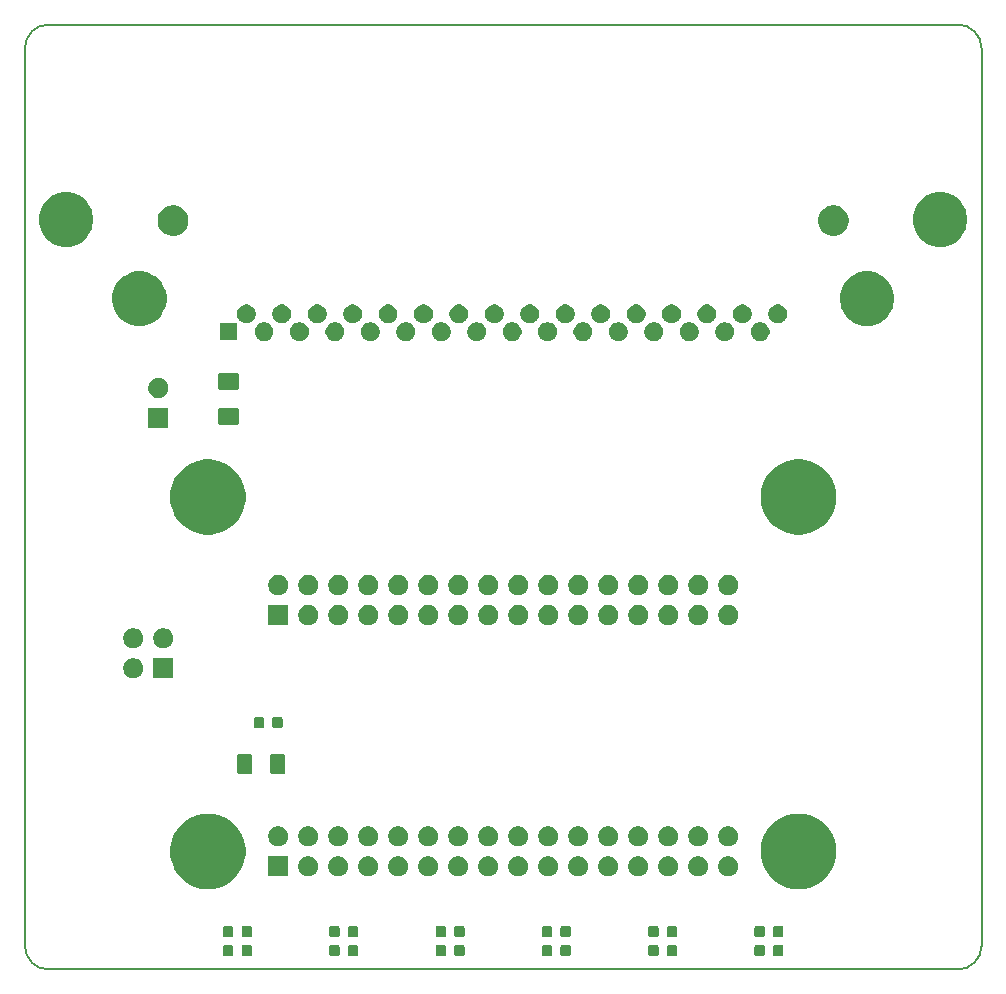
<source format=gbr>
G04 #@! TF.GenerationSoftware,KiCad,Pcbnew,5.1.5-52549c5~84~ubuntu19.10.1*
G04 #@! TF.CreationDate,2020-02-14T21:46:08+02:00*
G04 #@! TF.ProjectId,GB-BRK-SLOT-A,47422d42-524b-42d5-934c-4f542d412e6b,v1.1*
G04 #@! TF.SameCoordinates,Original*
G04 #@! TF.FileFunction,Soldermask,Top*
G04 #@! TF.FilePolarity,Negative*
%FSLAX46Y46*%
G04 Gerber Fmt 4.6, Leading zero omitted, Abs format (unit mm)*
G04 Created by KiCad (PCBNEW 5.1.5-52549c5~84~ubuntu19.10.1) date 2020-02-14 21:46:08*
%MOMM*%
%LPD*%
G04 APERTURE LIST*
%ADD10C,0.150000*%
%ADD11C,0.100000*%
G04 APERTURE END LIST*
D10*
X128000000Y-148000000D02*
G75*
G02X126000000Y-150000000I-2000000J0D01*
G01*
X49000000Y-150000000D02*
G75*
G02X47000000Y-148000000I0J2000000D01*
G01*
X47000000Y-72000000D02*
G75*
G02X49000000Y-70000000I2000000J0D01*
G01*
X126000000Y-70000000D02*
G75*
G02X128000000Y-72000000I0J-2000000D01*
G01*
X128000000Y-72000000D02*
X128000000Y-148000000D01*
X49000000Y-70000000D02*
X126000000Y-70000000D01*
X49000000Y-150000000D02*
X126000000Y-150000000D01*
X47000000Y-72000000D02*
X47000000Y-148000000D01*
D11*
G36*
X66089077Y-147928717D02*
G01*
X66120643Y-147938292D01*
X66149733Y-147953840D01*
X66175232Y-147974768D01*
X66196160Y-148000267D01*
X66211708Y-148029357D01*
X66221283Y-148060923D01*
X66225000Y-148098658D01*
X66225000Y-148701342D01*
X66221283Y-148739077D01*
X66211708Y-148770643D01*
X66196160Y-148799733D01*
X66175232Y-148825232D01*
X66149733Y-148846160D01*
X66120643Y-148861708D01*
X66089077Y-148871283D01*
X66051342Y-148875000D01*
X65523658Y-148875000D01*
X65485923Y-148871283D01*
X65454357Y-148861708D01*
X65425267Y-148846160D01*
X65399768Y-148825232D01*
X65378840Y-148799733D01*
X65363292Y-148770643D01*
X65353717Y-148739077D01*
X65350000Y-148701342D01*
X65350000Y-148098658D01*
X65353717Y-148060923D01*
X65363292Y-148029357D01*
X65378840Y-148000267D01*
X65399768Y-147974768D01*
X65425267Y-147953840D01*
X65454357Y-147938292D01*
X65485923Y-147928717D01*
X65523658Y-147925000D01*
X66051342Y-147925000D01*
X66089077Y-147928717D01*
G37*
G36*
X109514077Y-147928717D02*
G01*
X109545643Y-147938292D01*
X109574733Y-147953840D01*
X109600232Y-147974768D01*
X109621160Y-148000267D01*
X109636708Y-148029357D01*
X109646283Y-148060923D01*
X109650000Y-148098658D01*
X109650000Y-148701342D01*
X109646283Y-148739077D01*
X109636708Y-148770643D01*
X109621160Y-148799733D01*
X109600232Y-148825232D01*
X109574733Y-148846160D01*
X109545643Y-148861708D01*
X109514077Y-148871283D01*
X109476342Y-148875000D01*
X108948658Y-148875000D01*
X108910923Y-148871283D01*
X108879357Y-148861708D01*
X108850267Y-148846160D01*
X108824768Y-148825232D01*
X108803840Y-148799733D01*
X108788292Y-148770643D01*
X108778717Y-148739077D01*
X108775000Y-148701342D01*
X108775000Y-148098658D01*
X108778717Y-148060923D01*
X108788292Y-148029357D01*
X108803840Y-148000267D01*
X108824768Y-147974768D01*
X108850267Y-147953840D01*
X108879357Y-147938292D01*
X108910923Y-147928717D01*
X108948658Y-147925000D01*
X109476342Y-147925000D01*
X109514077Y-147928717D01*
G37*
G36*
X111089077Y-147928717D02*
G01*
X111120643Y-147938292D01*
X111149733Y-147953840D01*
X111175232Y-147974768D01*
X111196160Y-148000267D01*
X111211708Y-148029357D01*
X111221283Y-148060923D01*
X111225000Y-148098658D01*
X111225000Y-148701342D01*
X111221283Y-148739077D01*
X111211708Y-148770643D01*
X111196160Y-148799733D01*
X111175232Y-148825232D01*
X111149733Y-148846160D01*
X111120643Y-148861708D01*
X111089077Y-148871283D01*
X111051342Y-148875000D01*
X110523658Y-148875000D01*
X110485923Y-148871283D01*
X110454357Y-148861708D01*
X110425267Y-148846160D01*
X110399768Y-148825232D01*
X110378840Y-148799733D01*
X110363292Y-148770643D01*
X110353717Y-148739077D01*
X110350000Y-148701342D01*
X110350000Y-148098658D01*
X110353717Y-148060923D01*
X110363292Y-148029357D01*
X110378840Y-148000267D01*
X110399768Y-147974768D01*
X110425267Y-147953840D01*
X110454357Y-147938292D01*
X110485923Y-147928717D01*
X110523658Y-147925000D01*
X111051342Y-147925000D01*
X111089077Y-147928717D01*
G37*
G36*
X91514077Y-147928717D02*
G01*
X91545643Y-147938292D01*
X91574733Y-147953840D01*
X91600232Y-147974768D01*
X91621160Y-148000267D01*
X91636708Y-148029357D01*
X91646283Y-148060923D01*
X91650000Y-148098658D01*
X91650000Y-148701342D01*
X91646283Y-148739077D01*
X91636708Y-148770643D01*
X91621160Y-148799733D01*
X91600232Y-148825232D01*
X91574733Y-148846160D01*
X91545643Y-148861708D01*
X91514077Y-148871283D01*
X91476342Y-148875000D01*
X90948658Y-148875000D01*
X90910923Y-148871283D01*
X90879357Y-148861708D01*
X90850267Y-148846160D01*
X90824768Y-148825232D01*
X90803840Y-148799733D01*
X90788292Y-148770643D01*
X90778717Y-148739077D01*
X90775000Y-148701342D01*
X90775000Y-148098658D01*
X90778717Y-148060923D01*
X90788292Y-148029357D01*
X90803840Y-148000267D01*
X90824768Y-147974768D01*
X90850267Y-147953840D01*
X90879357Y-147938292D01*
X90910923Y-147928717D01*
X90948658Y-147925000D01*
X91476342Y-147925000D01*
X91514077Y-147928717D01*
G37*
G36*
X93089077Y-147928717D02*
G01*
X93120643Y-147938292D01*
X93149733Y-147953840D01*
X93175232Y-147974768D01*
X93196160Y-148000267D01*
X93211708Y-148029357D01*
X93221283Y-148060923D01*
X93225000Y-148098658D01*
X93225000Y-148701342D01*
X93221283Y-148739077D01*
X93211708Y-148770643D01*
X93196160Y-148799733D01*
X93175232Y-148825232D01*
X93149733Y-148846160D01*
X93120643Y-148861708D01*
X93089077Y-148871283D01*
X93051342Y-148875000D01*
X92523658Y-148875000D01*
X92485923Y-148871283D01*
X92454357Y-148861708D01*
X92425267Y-148846160D01*
X92399768Y-148825232D01*
X92378840Y-148799733D01*
X92363292Y-148770643D01*
X92353717Y-148739077D01*
X92350000Y-148701342D01*
X92350000Y-148098658D01*
X92353717Y-148060923D01*
X92363292Y-148029357D01*
X92378840Y-148000267D01*
X92399768Y-147974768D01*
X92425267Y-147953840D01*
X92454357Y-147938292D01*
X92485923Y-147928717D01*
X92523658Y-147925000D01*
X93051342Y-147925000D01*
X93089077Y-147928717D01*
G37*
G36*
X82514077Y-147928717D02*
G01*
X82545643Y-147938292D01*
X82574733Y-147953840D01*
X82600232Y-147974768D01*
X82621160Y-148000267D01*
X82636708Y-148029357D01*
X82646283Y-148060923D01*
X82650000Y-148098658D01*
X82650000Y-148701342D01*
X82646283Y-148739077D01*
X82636708Y-148770643D01*
X82621160Y-148799733D01*
X82600232Y-148825232D01*
X82574733Y-148846160D01*
X82545643Y-148861708D01*
X82514077Y-148871283D01*
X82476342Y-148875000D01*
X81948658Y-148875000D01*
X81910923Y-148871283D01*
X81879357Y-148861708D01*
X81850267Y-148846160D01*
X81824768Y-148825232D01*
X81803840Y-148799733D01*
X81788292Y-148770643D01*
X81778717Y-148739077D01*
X81775000Y-148701342D01*
X81775000Y-148098658D01*
X81778717Y-148060923D01*
X81788292Y-148029357D01*
X81803840Y-148000267D01*
X81824768Y-147974768D01*
X81850267Y-147953840D01*
X81879357Y-147938292D01*
X81910923Y-147928717D01*
X81948658Y-147925000D01*
X82476342Y-147925000D01*
X82514077Y-147928717D01*
G37*
G36*
X84089077Y-147928717D02*
G01*
X84120643Y-147938292D01*
X84149733Y-147953840D01*
X84175232Y-147974768D01*
X84196160Y-148000267D01*
X84211708Y-148029357D01*
X84221283Y-148060923D01*
X84225000Y-148098658D01*
X84225000Y-148701342D01*
X84221283Y-148739077D01*
X84211708Y-148770643D01*
X84196160Y-148799733D01*
X84175232Y-148825232D01*
X84149733Y-148846160D01*
X84120643Y-148861708D01*
X84089077Y-148871283D01*
X84051342Y-148875000D01*
X83523658Y-148875000D01*
X83485923Y-148871283D01*
X83454357Y-148861708D01*
X83425267Y-148846160D01*
X83399768Y-148825232D01*
X83378840Y-148799733D01*
X83363292Y-148770643D01*
X83353717Y-148739077D01*
X83350000Y-148701342D01*
X83350000Y-148098658D01*
X83353717Y-148060923D01*
X83363292Y-148029357D01*
X83378840Y-148000267D01*
X83399768Y-147974768D01*
X83425267Y-147953840D01*
X83454357Y-147938292D01*
X83485923Y-147928717D01*
X83523658Y-147925000D01*
X84051342Y-147925000D01*
X84089077Y-147928717D01*
G37*
G36*
X73514077Y-147928717D02*
G01*
X73545643Y-147938292D01*
X73574733Y-147953840D01*
X73600232Y-147974768D01*
X73621160Y-148000267D01*
X73636708Y-148029357D01*
X73646283Y-148060923D01*
X73650000Y-148098658D01*
X73650000Y-148701342D01*
X73646283Y-148739077D01*
X73636708Y-148770643D01*
X73621160Y-148799733D01*
X73600232Y-148825232D01*
X73574733Y-148846160D01*
X73545643Y-148861708D01*
X73514077Y-148871283D01*
X73476342Y-148875000D01*
X72948658Y-148875000D01*
X72910923Y-148871283D01*
X72879357Y-148861708D01*
X72850267Y-148846160D01*
X72824768Y-148825232D01*
X72803840Y-148799733D01*
X72788292Y-148770643D01*
X72778717Y-148739077D01*
X72775000Y-148701342D01*
X72775000Y-148098658D01*
X72778717Y-148060923D01*
X72788292Y-148029357D01*
X72803840Y-148000267D01*
X72824768Y-147974768D01*
X72850267Y-147953840D01*
X72879357Y-147938292D01*
X72910923Y-147928717D01*
X72948658Y-147925000D01*
X73476342Y-147925000D01*
X73514077Y-147928717D01*
G37*
G36*
X75089077Y-147928717D02*
G01*
X75120643Y-147938292D01*
X75149733Y-147953840D01*
X75175232Y-147974768D01*
X75196160Y-148000267D01*
X75211708Y-148029357D01*
X75221283Y-148060923D01*
X75225000Y-148098658D01*
X75225000Y-148701342D01*
X75221283Y-148739077D01*
X75211708Y-148770643D01*
X75196160Y-148799733D01*
X75175232Y-148825232D01*
X75149733Y-148846160D01*
X75120643Y-148861708D01*
X75089077Y-148871283D01*
X75051342Y-148875000D01*
X74523658Y-148875000D01*
X74485923Y-148871283D01*
X74454357Y-148861708D01*
X74425267Y-148846160D01*
X74399768Y-148825232D01*
X74378840Y-148799733D01*
X74363292Y-148770643D01*
X74353717Y-148739077D01*
X74350000Y-148701342D01*
X74350000Y-148098658D01*
X74353717Y-148060923D01*
X74363292Y-148029357D01*
X74378840Y-148000267D01*
X74399768Y-147974768D01*
X74425267Y-147953840D01*
X74454357Y-147938292D01*
X74485923Y-147928717D01*
X74523658Y-147925000D01*
X75051342Y-147925000D01*
X75089077Y-147928717D01*
G37*
G36*
X100514077Y-147928717D02*
G01*
X100545643Y-147938292D01*
X100574733Y-147953840D01*
X100600232Y-147974768D01*
X100621160Y-148000267D01*
X100636708Y-148029357D01*
X100646283Y-148060923D01*
X100650000Y-148098658D01*
X100650000Y-148701342D01*
X100646283Y-148739077D01*
X100636708Y-148770643D01*
X100621160Y-148799733D01*
X100600232Y-148825232D01*
X100574733Y-148846160D01*
X100545643Y-148861708D01*
X100514077Y-148871283D01*
X100476342Y-148875000D01*
X99948658Y-148875000D01*
X99910923Y-148871283D01*
X99879357Y-148861708D01*
X99850267Y-148846160D01*
X99824768Y-148825232D01*
X99803840Y-148799733D01*
X99788292Y-148770643D01*
X99778717Y-148739077D01*
X99775000Y-148701342D01*
X99775000Y-148098658D01*
X99778717Y-148060923D01*
X99788292Y-148029357D01*
X99803840Y-148000267D01*
X99824768Y-147974768D01*
X99850267Y-147953840D01*
X99879357Y-147938292D01*
X99910923Y-147928717D01*
X99948658Y-147925000D01*
X100476342Y-147925000D01*
X100514077Y-147928717D01*
G37*
G36*
X102089077Y-147928717D02*
G01*
X102120643Y-147938292D01*
X102149733Y-147953840D01*
X102175232Y-147974768D01*
X102196160Y-148000267D01*
X102211708Y-148029357D01*
X102221283Y-148060923D01*
X102225000Y-148098658D01*
X102225000Y-148701342D01*
X102221283Y-148739077D01*
X102211708Y-148770643D01*
X102196160Y-148799733D01*
X102175232Y-148825232D01*
X102149733Y-148846160D01*
X102120643Y-148861708D01*
X102089077Y-148871283D01*
X102051342Y-148875000D01*
X101523658Y-148875000D01*
X101485923Y-148871283D01*
X101454357Y-148861708D01*
X101425267Y-148846160D01*
X101399768Y-148825232D01*
X101378840Y-148799733D01*
X101363292Y-148770643D01*
X101353717Y-148739077D01*
X101350000Y-148701342D01*
X101350000Y-148098658D01*
X101353717Y-148060923D01*
X101363292Y-148029357D01*
X101378840Y-148000267D01*
X101399768Y-147974768D01*
X101425267Y-147953840D01*
X101454357Y-147938292D01*
X101485923Y-147928717D01*
X101523658Y-147925000D01*
X102051342Y-147925000D01*
X102089077Y-147928717D01*
G37*
G36*
X64514077Y-147928717D02*
G01*
X64545643Y-147938292D01*
X64574733Y-147953840D01*
X64600232Y-147974768D01*
X64621160Y-148000267D01*
X64636708Y-148029357D01*
X64646283Y-148060923D01*
X64650000Y-148098658D01*
X64650000Y-148701342D01*
X64646283Y-148739077D01*
X64636708Y-148770643D01*
X64621160Y-148799733D01*
X64600232Y-148825232D01*
X64574733Y-148846160D01*
X64545643Y-148861708D01*
X64514077Y-148871283D01*
X64476342Y-148875000D01*
X63948658Y-148875000D01*
X63910923Y-148871283D01*
X63879357Y-148861708D01*
X63850267Y-148846160D01*
X63824768Y-148825232D01*
X63803840Y-148799733D01*
X63788292Y-148770643D01*
X63778717Y-148739077D01*
X63775000Y-148701342D01*
X63775000Y-148098658D01*
X63778717Y-148060923D01*
X63788292Y-148029357D01*
X63803840Y-148000267D01*
X63824768Y-147974768D01*
X63850267Y-147953840D01*
X63879357Y-147938292D01*
X63910923Y-147928717D01*
X63948658Y-147925000D01*
X64476342Y-147925000D01*
X64514077Y-147928717D01*
G37*
G36*
X75089077Y-146328717D02*
G01*
X75120643Y-146338292D01*
X75149733Y-146353840D01*
X75175232Y-146374768D01*
X75196160Y-146400267D01*
X75211708Y-146429357D01*
X75221283Y-146460923D01*
X75225000Y-146498658D01*
X75225000Y-147101342D01*
X75221283Y-147139077D01*
X75211708Y-147170643D01*
X75196160Y-147199733D01*
X75175232Y-147225232D01*
X75149733Y-147246160D01*
X75120643Y-147261708D01*
X75089077Y-147271283D01*
X75051342Y-147275000D01*
X74523658Y-147275000D01*
X74485923Y-147271283D01*
X74454357Y-147261708D01*
X74425267Y-147246160D01*
X74399768Y-147225232D01*
X74378840Y-147199733D01*
X74363292Y-147170643D01*
X74353717Y-147139077D01*
X74350000Y-147101342D01*
X74350000Y-146498658D01*
X74353717Y-146460923D01*
X74363292Y-146429357D01*
X74378840Y-146400267D01*
X74399768Y-146374768D01*
X74425267Y-146353840D01*
X74454357Y-146338292D01*
X74485923Y-146328717D01*
X74523658Y-146325000D01*
X75051342Y-146325000D01*
X75089077Y-146328717D01*
G37*
G36*
X109514077Y-146328717D02*
G01*
X109545643Y-146338292D01*
X109574733Y-146353840D01*
X109600232Y-146374768D01*
X109621160Y-146400267D01*
X109636708Y-146429357D01*
X109646283Y-146460923D01*
X109650000Y-146498658D01*
X109650000Y-147101342D01*
X109646283Y-147139077D01*
X109636708Y-147170643D01*
X109621160Y-147199733D01*
X109600232Y-147225232D01*
X109574733Y-147246160D01*
X109545643Y-147261708D01*
X109514077Y-147271283D01*
X109476342Y-147275000D01*
X108948658Y-147275000D01*
X108910923Y-147271283D01*
X108879357Y-147261708D01*
X108850267Y-147246160D01*
X108824768Y-147225232D01*
X108803840Y-147199733D01*
X108788292Y-147170643D01*
X108778717Y-147139077D01*
X108775000Y-147101342D01*
X108775000Y-146498658D01*
X108778717Y-146460923D01*
X108788292Y-146429357D01*
X108803840Y-146400267D01*
X108824768Y-146374768D01*
X108850267Y-146353840D01*
X108879357Y-146338292D01*
X108910923Y-146328717D01*
X108948658Y-146325000D01*
X109476342Y-146325000D01*
X109514077Y-146328717D01*
G37*
G36*
X84089077Y-146328717D02*
G01*
X84120643Y-146338292D01*
X84149733Y-146353840D01*
X84175232Y-146374768D01*
X84196160Y-146400267D01*
X84211708Y-146429357D01*
X84221283Y-146460923D01*
X84225000Y-146498658D01*
X84225000Y-147101342D01*
X84221283Y-147139077D01*
X84211708Y-147170643D01*
X84196160Y-147199733D01*
X84175232Y-147225232D01*
X84149733Y-147246160D01*
X84120643Y-147261708D01*
X84089077Y-147271283D01*
X84051342Y-147275000D01*
X83523658Y-147275000D01*
X83485923Y-147271283D01*
X83454357Y-147261708D01*
X83425267Y-147246160D01*
X83399768Y-147225232D01*
X83378840Y-147199733D01*
X83363292Y-147170643D01*
X83353717Y-147139077D01*
X83350000Y-147101342D01*
X83350000Y-146498658D01*
X83353717Y-146460923D01*
X83363292Y-146429357D01*
X83378840Y-146400267D01*
X83399768Y-146374768D01*
X83425267Y-146353840D01*
X83454357Y-146338292D01*
X83485923Y-146328717D01*
X83523658Y-146325000D01*
X84051342Y-146325000D01*
X84089077Y-146328717D01*
G37*
G36*
X91514077Y-146328717D02*
G01*
X91545643Y-146338292D01*
X91574733Y-146353840D01*
X91600232Y-146374768D01*
X91621160Y-146400267D01*
X91636708Y-146429357D01*
X91646283Y-146460923D01*
X91650000Y-146498658D01*
X91650000Y-147101342D01*
X91646283Y-147139077D01*
X91636708Y-147170643D01*
X91621160Y-147199733D01*
X91600232Y-147225232D01*
X91574733Y-147246160D01*
X91545643Y-147261708D01*
X91514077Y-147271283D01*
X91476342Y-147275000D01*
X90948658Y-147275000D01*
X90910923Y-147271283D01*
X90879357Y-147261708D01*
X90850267Y-147246160D01*
X90824768Y-147225232D01*
X90803840Y-147199733D01*
X90788292Y-147170643D01*
X90778717Y-147139077D01*
X90775000Y-147101342D01*
X90775000Y-146498658D01*
X90778717Y-146460923D01*
X90788292Y-146429357D01*
X90803840Y-146400267D01*
X90824768Y-146374768D01*
X90850267Y-146353840D01*
X90879357Y-146338292D01*
X90910923Y-146328717D01*
X90948658Y-146325000D01*
X91476342Y-146325000D01*
X91514077Y-146328717D01*
G37*
G36*
X93089077Y-146328717D02*
G01*
X93120643Y-146338292D01*
X93149733Y-146353840D01*
X93175232Y-146374768D01*
X93196160Y-146400267D01*
X93211708Y-146429357D01*
X93221283Y-146460923D01*
X93225000Y-146498658D01*
X93225000Y-147101342D01*
X93221283Y-147139077D01*
X93211708Y-147170643D01*
X93196160Y-147199733D01*
X93175232Y-147225232D01*
X93149733Y-147246160D01*
X93120643Y-147261708D01*
X93089077Y-147271283D01*
X93051342Y-147275000D01*
X92523658Y-147275000D01*
X92485923Y-147271283D01*
X92454357Y-147261708D01*
X92425267Y-147246160D01*
X92399768Y-147225232D01*
X92378840Y-147199733D01*
X92363292Y-147170643D01*
X92353717Y-147139077D01*
X92350000Y-147101342D01*
X92350000Y-146498658D01*
X92353717Y-146460923D01*
X92363292Y-146429357D01*
X92378840Y-146400267D01*
X92399768Y-146374768D01*
X92425267Y-146353840D01*
X92454357Y-146338292D01*
X92485923Y-146328717D01*
X92523658Y-146325000D01*
X93051342Y-146325000D01*
X93089077Y-146328717D01*
G37*
G36*
X82514077Y-146328717D02*
G01*
X82545643Y-146338292D01*
X82574733Y-146353840D01*
X82600232Y-146374768D01*
X82621160Y-146400267D01*
X82636708Y-146429357D01*
X82646283Y-146460923D01*
X82650000Y-146498658D01*
X82650000Y-147101342D01*
X82646283Y-147139077D01*
X82636708Y-147170643D01*
X82621160Y-147199733D01*
X82600232Y-147225232D01*
X82574733Y-147246160D01*
X82545643Y-147261708D01*
X82514077Y-147271283D01*
X82476342Y-147275000D01*
X81948658Y-147275000D01*
X81910923Y-147271283D01*
X81879357Y-147261708D01*
X81850267Y-147246160D01*
X81824768Y-147225232D01*
X81803840Y-147199733D01*
X81788292Y-147170643D01*
X81778717Y-147139077D01*
X81775000Y-147101342D01*
X81775000Y-146498658D01*
X81778717Y-146460923D01*
X81788292Y-146429357D01*
X81803840Y-146400267D01*
X81824768Y-146374768D01*
X81850267Y-146353840D01*
X81879357Y-146338292D01*
X81910923Y-146328717D01*
X81948658Y-146325000D01*
X82476342Y-146325000D01*
X82514077Y-146328717D01*
G37*
G36*
X73514077Y-146328717D02*
G01*
X73545643Y-146338292D01*
X73574733Y-146353840D01*
X73600232Y-146374768D01*
X73621160Y-146400267D01*
X73636708Y-146429357D01*
X73646283Y-146460923D01*
X73650000Y-146498658D01*
X73650000Y-147101342D01*
X73646283Y-147139077D01*
X73636708Y-147170643D01*
X73621160Y-147199733D01*
X73600232Y-147225232D01*
X73574733Y-147246160D01*
X73545643Y-147261708D01*
X73514077Y-147271283D01*
X73476342Y-147275000D01*
X72948658Y-147275000D01*
X72910923Y-147271283D01*
X72879357Y-147261708D01*
X72850267Y-147246160D01*
X72824768Y-147225232D01*
X72803840Y-147199733D01*
X72788292Y-147170643D01*
X72778717Y-147139077D01*
X72775000Y-147101342D01*
X72775000Y-146498658D01*
X72778717Y-146460923D01*
X72788292Y-146429357D01*
X72803840Y-146400267D01*
X72824768Y-146374768D01*
X72850267Y-146353840D01*
X72879357Y-146338292D01*
X72910923Y-146328717D01*
X72948658Y-146325000D01*
X73476342Y-146325000D01*
X73514077Y-146328717D01*
G37*
G36*
X102089077Y-146328717D02*
G01*
X102120643Y-146338292D01*
X102149733Y-146353840D01*
X102175232Y-146374768D01*
X102196160Y-146400267D01*
X102211708Y-146429357D01*
X102221283Y-146460923D01*
X102225000Y-146498658D01*
X102225000Y-147101342D01*
X102221283Y-147139077D01*
X102211708Y-147170643D01*
X102196160Y-147199733D01*
X102175232Y-147225232D01*
X102149733Y-147246160D01*
X102120643Y-147261708D01*
X102089077Y-147271283D01*
X102051342Y-147275000D01*
X101523658Y-147275000D01*
X101485923Y-147271283D01*
X101454357Y-147261708D01*
X101425267Y-147246160D01*
X101399768Y-147225232D01*
X101378840Y-147199733D01*
X101363292Y-147170643D01*
X101353717Y-147139077D01*
X101350000Y-147101342D01*
X101350000Y-146498658D01*
X101353717Y-146460923D01*
X101363292Y-146429357D01*
X101378840Y-146400267D01*
X101399768Y-146374768D01*
X101425267Y-146353840D01*
X101454357Y-146338292D01*
X101485923Y-146328717D01*
X101523658Y-146325000D01*
X102051342Y-146325000D01*
X102089077Y-146328717D01*
G37*
G36*
X111089077Y-146328717D02*
G01*
X111120643Y-146338292D01*
X111149733Y-146353840D01*
X111175232Y-146374768D01*
X111196160Y-146400267D01*
X111211708Y-146429357D01*
X111221283Y-146460923D01*
X111225000Y-146498658D01*
X111225000Y-147101342D01*
X111221283Y-147139077D01*
X111211708Y-147170643D01*
X111196160Y-147199733D01*
X111175232Y-147225232D01*
X111149733Y-147246160D01*
X111120643Y-147261708D01*
X111089077Y-147271283D01*
X111051342Y-147275000D01*
X110523658Y-147275000D01*
X110485923Y-147271283D01*
X110454357Y-147261708D01*
X110425267Y-147246160D01*
X110399768Y-147225232D01*
X110378840Y-147199733D01*
X110363292Y-147170643D01*
X110353717Y-147139077D01*
X110350000Y-147101342D01*
X110350000Y-146498658D01*
X110353717Y-146460923D01*
X110363292Y-146429357D01*
X110378840Y-146400267D01*
X110399768Y-146374768D01*
X110425267Y-146353840D01*
X110454357Y-146338292D01*
X110485923Y-146328717D01*
X110523658Y-146325000D01*
X111051342Y-146325000D01*
X111089077Y-146328717D01*
G37*
G36*
X100514077Y-146328717D02*
G01*
X100545643Y-146338292D01*
X100574733Y-146353840D01*
X100600232Y-146374768D01*
X100621160Y-146400267D01*
X100636708Y-146429357D01*
X100646283Y-146460923D01*
X100650000Y-146498658D01*
X100650000Y-147101342D01*
X100646283Y-147139077D01*
X100636708Y-147170643D01*
X100621160Y-147199733D01*
X100600232Y-147225232D01*
X100574733Y-147246160D01*
X100545643Y-147261708D01*
X100514077Y-147271283D01*
X100476342Y-147275000D01*
X99948658Y-147275000D01*
X99910923Y-147271283D01*
X99879357Y-147261708D01*
X99850267Y-147246160D01*
X99824768Y-147225232D01*
X99803840Y-147199733D01*
X99788292Y-147170643D01*
X99778717Y-147139077D01*
X99775000Y-147101342D01*
X99775000Y-146498658D01*
X99778717Y-146460923D01*
X99788292Y-146429357D01*
X99803840Y-146400267D01*
X99824768Y-146374768D01*
X99850267Y-146353840D01*
X99879357Y-146338292D01*
X99910923Y-146328717D01*
X99948658Y-146325000D01*
X100476342Y-146325000D01*
X100514077Y-146328717D01*
G37*
G36*
X66089077Y-146328717D02*
G01*
X66120643Y-146338292D01*
X66149733Y-146353840D01*
X66175232Y-146374768D01*
X66196160Y-146400267D01*
X66211708Y-146429357D01*
X66221283Y-146460923D01*
X66225000Y-146498658D01*
X66225000Y-147101342D01*
X66221283Y-147139077D01*
X66211708Y-147170643D01*
X66196160Y-147199733D01*
X66175232Y-147225232D01*
X66149733Y-147246160D01*
X66120643Y-147261708D01*
X66089077Y-147271283D01*
X66051342Y-147275000D01*
X65523658Y-147275000D01*
X65485923Y-147271283D01*
X65454357Y-147261708D01*
X65425267Y-147246160D01*
X65399768Y-147225232D01*
X65378840Y-147199733D01*
X65363292Y-147170643D01*
X65353717Y-147139077D01*
X65350000Y-147101342D01*
X65350000Y-146498658D01*
X65353717Y-146460923D01*
X65363292Y-146429357D01*
X65378840Y-146400267D01*
X65399768Y-146374768D01*
X65425267Y-146353840D01*
X65454357Y-146338292D01*
X65485923Y-146328717D01*
X65523658Y-146325000D01*
X66051342Y-146325000D01*
X66089077Y-146328717D01*
G37*
G36*
X64514077Y-146328717D02*
G01*
X64545643Y-146338292D01*
X64574733Y-146353840D01*
X64600232Y-146374768D01*
X64621160Y-146400267D01*
X64636708Y-146429357D01*
X64646283Y-146460923D01*
X64650000Y-146498658D01*
X64650000Y-147101342D01*
X64646283Y-147139077D01*
X64636708Y-147170643D01*
X64621160Y-147199733D01*
X64600232Y-147225232D01*
X64574733Y-147246160D01*
X64545643Y-147261708D01*
X64514077Y-147271283D01*
X64476342Y-147275000D01*
X63948658Y-147275000D01*
X63910923Y-147271283D01*
X63879357Y-147261708D01*
X63850267Y-147246160D01*
X63824768Y-147225232D01*
X63803840Y-147199733D01*
X63788292Y-147170643D01*
X63778717Y-147139077D01*
X63775000Y-147101342D01*
X63775000Y-146498658D01*
X63778717Y-146460923D01*
X63788292Y-146429357D01*
X63803840Y-146400267D01*
X63824768Y-146374768D01*
X63850267Y-146353840D01*
X63879357Y-146338292D01*
X63910923Y-146328717D01*
X63948658Y-146325000D01*
X64476342Y-146325000D01*
X64514077Y-146328717D01*
G37*
G36*
X62969730Y-136830744D02*
G01*
X63433408Y-136922975D01*
X64015768Y-137164197D01*
X64539881Y-137514398D01*
X64985602Y-137960119D01*
X65230994Y-138327374D01*
X65335803Y-138484232D01*
X65577025Y-139066592D01*
X65659905Y-139483260D01*
X65700000Y-139684828D01*
X65700000Y-140315172D01*
X65679148Y-140420000D01*
X65577025Y-140933408D01*
X65402927Y-141353716D01*
X65335803Y-141515768D01*
X64996708Y-142023260D01*
X64985601Y-142039882D01*
X64539882Y-142485601D01*
X64015768Y-142835803D01*
X63433408Y-143077025D01*
X62969730Y-143169256D01*
X62815172Y-143200000D01*
X62184828Y-143200000D01*
X62030270Y-143169256D01*
X61566592Y-143077025D01*
X60984232Y-142835803D01*
X60460118Y-142485601D01*
X60014399Y-142039882D01*
X60003293Y-142023260D01*
X59664197Y-141515768D01*
X59597073Y-141353716D01*
X59422975Y-140933408D01*
X59320852Y-140420000D01*
X59300000Y-140315172D01*
X59300000Y-139684828D01*
X59340095Y-139483260D01*
X59422975Y-139066592D01*
X59664197Y-138484232D01*
X59769006Y-138327374D01*
X60014398Y-137960119D01*
X60460119Y-137514398D01*
X60984232Y-137164197D01*
X61566592Y-136922975D01*
X62030270Y-136830744D01*
X62184828Y-136800000D01*
X62815172Y-136800000D01*
X62969730Y-136830744D01*
G37*
G36*
X112969730Y-136830744D02*
G01*
X113433408Y-136922975D01*
X114015768Y-137164197D01*
X114539881Y-137514398D01*
X114985602Y-137960119D01*
X115230994Y-138327374D01*
X115335803Y-138484232D01*
X115577025Y-139066592D01*
X115659905Y-139483260D01*
X115700000Y-139684828D01*
X115700000Y-140315172D01*
X115679148Y-140420000D01*
X115577025Y-140933408D01*
X115402927Y-141353716D01*
X115335803Y-141515768D01*
X114996708Y-142023260D01*
X114985601Y-142039882D01*
X114539882Y-142485601D01*
X114015768Y-142835803D01*
X113433408Y-143077025D01*
X112969730Y-143169256D01*
X112815172Y-143200000D01*
X112184828Y-143200000D01*
X112030270Y-143169256D01*
X111566592Y-143077025D01*
X110984232Y-142835803D01*
X110460118Y-142485601D01*
X110014399Y-142039882D01*
X110003293Y-142023260D01*
X109664197Y-141515768D01*
X109597073Y-141353716D01*
X109422975Y-140933408D01*
X109320852Y-140420000D01*
X109300000Y-140315172D01*
X109300000Y-139684828D01*
X109340095Y-139483260D01*
X109422975Y-139066592D01*
X109664197Y-138484232D01*
X109769006Y-138327374D01*
X110014398Y-137960119D01*
X110460119Y-137514398D01*
X110984232Y-137164197D01*
X111566592Y-136922975D01*
X112030270Y-136830744D01*
X112184828Y-136800000D01*
X112815172Y-136800000D01*
X112969730Y-136830744D01*
G37*
G36*
X86477936Y-140452665D02*
G01*
X86477938Y-140452666D01*
X86477939Y-140452666D01*
X86632628Y-140516740D01*
X86771842Y-140609760D01*
X86890240Y-140728158D01*
X86983260Y-140867372D01*
X87047334Y-141022061D01*
X87047335Y-141022064D01*
X87080000Y-141186282D01*
X87080000Y-141353718D01*
X87073508Y-141386356D01*
X87047334Y-141517939D01*
X86983260Y-141672628D01*
X86890240Y-141811842D01*
X86771842Y-141930240D01*
X86632628Y-142023260D01*
X86477939Y-142087334D01*
X86477938Y-142087334D01*
X86477936Y-142087335D01*
X86313718Y-142120000D01*
X86146282Y-142120000D01*
X85982064Y-142087335D01*
X85982062Y-142087334D01*
X85982061Y-142087334D01*
X85827372Y-142023260D01*
X85688158Y-141930240D01*
X85569760Y-141811842D01*
X85476740Y-141672628D01*
X85412666Y-141517939D01*
X85386493Y-141386356D01*
X85380000Y-141353718D01*
X85380000Y-141186282D01*
X85412665Y-141022064D01*
X85412666Y-141022061D01*
X85476740Y-140867372D01*
X85569760Y-140728158D01*
X85688158Y-140609760D01*
X85827372Y-140516740D01*
X85982061Y-140452666D01*
X85982062Y-140452666D01*
X85982064Y-140452665D01*
X86146282Y-140420000D01*
X86313718Y-140420000D01*
X86477936Y-140452665D01*
G37*
G36*
X96637936Y-140452665D02*
G01*
X96637938Y-140452666D01*
X96637939Y-140452666D01*
X96792628Y-140516740D01*
X96931842Y-140609760D01*
X97050240Y-140728158D01*
X97143260Y-140867372D01*
X97207334Y-141022061D01*
X97207335Y-141022064D01*
X97240000Y-141186282D01*
X97240000Y-141353718D01*
X97233508Y-141386356D01*
X97207334Y-141517939D01*
X97143260Y-141672628D01*
X97050240Y-141811842D01*
X96931842Y-141930240D01*
X96792628Y-142023260D01*
X96637939Y-142087334D01*
X96637938Y-142087334D01*
X96637936Y-142087335D01*
X96473718Y-142120000D01*
X96306282Y-142120000D01*
X96142064Y-142087335D01*
X96142062Y-142087334D01*
X96142061Y-142087334D01*
X95987372Y-142023260D01*
X95848158Y-141930240D01*
X95729760Y-141811842D01*
X95636740Y-141672628D01*
X95572666Y-141517939D01*
X95546493Y-141386356D01*
X95540000Y-141353718D01*
X95540000Y-141186282D01*
X95572665Y-141022064D01*
X95572666Y-141022061D01*
X95636740Y-140867372D01*
X95729760Y-140728158D01*
X95848158Y-140609760D01*
X95987372Y-140516740D01*
X96142061Y-140452666D01*
X96142062Y-140452666D01*
X96142064Y-140452665D01*
X96306282Y-140420000D01*
X96473718Y-140420000D01*
X96637936Y-140452665D01*
G37*
G36*
X91557936Y-140452665D02*
G01*
X91557938Y-140452666D01*
X91557939Y-140452666D01*
X91712628Y-140516740D01*
X91851842Y-140609760D01*
X91970240Y-140728158D01*
X92063260Y-140867372D01*
X92127334Y-141022061D01*
X92127335Y-141022064D01*
X92160000Y-141186282D01*
X92160000Y-141353718D01*
X92153508Y-141386356D01*
X92127334Y-141517939D01*
X92063260Y-141672628D01*
X91970240Y-141811842D01*
X91851842Y-141930240D01*
X91712628Y-142023260D01*
X91557939Y-142087334D01*
X91557938Y-142087334D01*
X91557936Y-142087335D01*
X91393718Y-142120000D01*
X91226282Y-142120000D01*
X91062064Y-142087335D01*
X91062062Y-142087334D01*
X91062061Y-142087334D01*
X90907372Y-142023260D01*
X90768158Y-141930240D01*
X90649760Y-141811842D01*
X90556740Y-141672628D01*
X90492666Y-141517939D01*
X90466493Y-141386356D01*
X90460000Y-141353718D01*
X90460000Y-141186282D01*
X90492665Y-141022064D01*
X90492666Y-141022061D01*
X90556740Y-140867372D01*
X90649760Y-140728158D01*
X90768158Y-140609760D01*
X90907372Y-140516740D01*
X91062061Y-140452666D01*
X91062062Y-140452666D01*
X91062064Y-140452665D01*
X91226282Y-140420000D01*
X91393718Y-140420000D01*
X91557936Y-140452665D01*
G37*
G36*
X89017936Y-140452665D02*
G01*
X89017938Y-140452666D01*
X89017939Y-140452666D01*
X89172628Y-140516740D01*
X89311842Y-140609760D01*
X89430240Y-140728158D01*
X89523260Y-140867372D01*
X89587334Y-141022061D01*
X89587335Y-141022064D01*
X89620000Y-141186282D01*
X89620000Y-141353718D01*
X89613508Y-141386356D01*
X89587334Y-141517939D01*
X89523260Y-141672628D01*
X89430240Y-141811842D01*
X89311842Y-141930240D01*
X89172628Y-142023260D01*
X89017939Y-142087334D01*
X89017938Y-142087334D01*
X89017936Y-142087335D01*
X88853718Y-142120000D01*
X88686282Y-142120000D01*
X88522064Y-142087335D01*
X88522062Y-142087334D01*
X88522061Y-142087334D01*
X88367372Y-142023260D01*
X88228158Y-141930240D01*
X88109760Y-141811842D01*
X88016740Y-141672628D01*
X87952666Y-141517939D01*
X87926493Y-141386356D01*
X87920000Y-141353718D01*
X87920000Y-141186282D01*
X87952665Y-141022064D01*
X87952666Y-141022061D01*
X88016740Y-140867372D01*
X88109760Y-140728158D01*
X88228158Y-140609760D01*
X88367372Y-140516740D01*
X88522061Y-140452666D01*
X88522062Y-140452666D01*
X88522064Y-140452665D01*
X88686282Y-140420000D01*
X88853718Y-140420000D01*
X89017936Y-140452665D01*
G37*
G36*
X99177936Y-140452665D02*
G01*
X99177938Y-140452666D01*
X99177939Y-140452666D01*
X99332628Y-140516740D01*
X99471842Y-140609760D01*
X99590240Y-140728158D01*
X99683260Y-140867372D01*
X99747334Y-141022061D01*
X99747335Y-141022064D01*
X99780000Y-141186282D01*
X99780000Y-141353718D01*
X99773508Y-141386356D01*
X99747334Y-141517939D01*
X99683260Y-141672628D01*
X99590240Y-141811842D01*
X99471842Y-141930240D01*
X99332628Y-142023260D01*
X99177939Y-142087334D01*
X99177938Y-142087334D01*
X99177936Y-142087335D01*
X99013718Y-142120000D01*
X98846282Y-142120000D01*
X98682064Y-142087335D01*
X98682062Y-142087334D01*
X98682061Y-142087334D01*
X98527372Y-142023260D01*
X98388158Y-141930240D01*
X98269760Y-141811842D01*
X98176740Y-141672628D01*
X98112666Y-141517939D01*
X98086493Y-141386356D01*
X98080000Y-141353718D01*
X98080000Y-141186282D01*
X98112665Y-141022064D01*
X98112666Y-141022061D01*
X98176740Y-140867372D01*
X98269760Y-140728158D01*
X98388158Y-140609760D01*
X98527372Y-140516740D01*
X98682061Y-140452666D01*
X98682062Y-140452666D01*
X98682064Y-140452665D01*
X98846282Y-140420000D01*
X99013718Y-140420000D01*
X99177936Y-140452665D01*
G37*
G36*
X83937936Y-140452665D02*
G01*
X83937938Y-140452666D01*
X83937939Y-140452666D01*
X84092628Y-140516740D01*
X84231842Y-140609760D01*
X84350240Y-140728158D01*
X84443260Y-140867372D01*
X84507334Y-141022061D01*
X84507335Y-141022064D01*
X84540000Y-141186282D01*
X84540000Y-141353718D01*
X84533508Y-141386356D01*
X84507334Y-141517939D01*
X84443260Y-141672628D01*
X84350240Y-141811842D01*
X84231842Y-141930240D01*
X84092628Y-142023260D01*
X83937939Y-142087334D01*
X83937938Y-142087334D01*
X83937936Y-142087335D01*
X83773718Y-142120000D01*
X83606282Y-142120000D01*
X83442064Y-142087335D01*
X83442062Y-142087334D01*
X83442061Y-142087334D01*
X83287372Y-142023260D01*
X83148158Y-141930240D01*
X83029760Y-141811842D01*
X82936740Y-141672628D01*
X82872666Y-141517939D01*
X82846493Y-141386356D01*
X82840000Y-141353718D01*
X82840000Y-141186282D01*
X82872665Y-141022064D01*
X82872666Y-141022061D01*
X82936740Y-140867372D01*
X83029760Y-140728158D01*
X83148158Y-140609760D01*
X83287372Y-140516740D01*
X83442061Y-140452666D01*
X83442062Y-140452666D01*
X83442064Y-140452665D01*
X83606282Y-140420000D01*
X83773718Y-140420000D01*
X83937936Y-140452665D01*
G37*
G36*
X101717936Y-140452665D02*
G01*
X101717938Y-140452666D01*
X101717939Y-140452666D01*
X101872628Y-140516740D01*
X102011842Y-140609760D01*
X102130240Y-140728158D01*
X102223260Y-140867372D01*
X102287334Y-141022061D01*
X102287335Y-141022064D01*
X102320000Y-141186282D01*
X102320000Y-141353718D01*
X102313508Y-141386356D01*
X102287334Y-141517939D01*
X102223260Y-141672628D01*
X102130240Y-141811842D01*
X102011842Y-141930240D01*
X101872628Y-142023260D01*
X101717939Y-142087334D01*
X101717938Y-142087334D01*
X101717936Y-142087335D01*
X101553718Y-142120000D01*
X101386282Y-142120000D01*
X101222064Y-142087335D01*
X101222062Y-142087334D01*
X101222061Y-142087334D01*
X101067372Y-142023260D01*
X100928158Y-141930240D01*
X100809760Y-141811842D01*
X100716740Y-141672628D01*
X100652666Y-141517939D01*
X100626493Y-141386356D01*
X100620000Y-141353718D01*
X100620000Y-141186282D01*
X100652665Y-141022064D01*
X100652666Y-141022061D01*
X100716740Y-140867372D01*
X100809760Y-140728158D01*
X100928158Y-140609760D01*
X101067372Y-140516740D01*
X101222061Y-140452666D01*
X101222062Y-140452666D01*
X101222064Y-140452665D01*
X101386282Y-140420000D01*
X101553718Y-140420000D01*
X101717936Y-140452665D01*
G37*
G36*
X81397936Y-140452665D02*
G01*
X81397938Y-140452666D01*
X81397939Y-140452666D01*
X81552628Y-140516740D01*
X81691842Y-140609760D01*
X81810240Y-140728158D01*
X81903260Y-140867372D01*
X81967334Y-141022061D01*
X81967335Y-141022064D01*
X82000000Y-141186282D01*
X82000000Y-141353718D01*
X81993508Y-141386356D01*
X81967334Y-141517939D01*
X81903260Y-141672628D01*
X81810240Y-141811842D01*
X81691842Y-141930240D01*
X81552628Y-142023260D01*
X81397939Y-142087334D01*
X81397938Y-142087334D01*
X81397936Y-142087335D01*
X81233718Y-142120000D01*
X81066282Y-142120000D01*
X80902064Y-142087335D01*
X80902062Y-142087334D01*
X80902061Y-142087334D01*
X80747372Y-142023260D01*
X80608158Y-141930240D01*
X80489760Y-141811842D01*
X80396740Y-141672628D01*
X80332666Y-141517939D01*
X80306493Y-141386356D01*
X80300000Y-141353718D01*
X80300000Y-141186282D01*
X80332665Y-141022064D01*
X80332666Y-141022061D01*
X80396740Y-140867372D01*
X80489760Y-140728158D01*
X80608158Y-140609760D01*
X80747372Y-140516740D01*
X80902061Y-140452666D01*
X80902062Y-140452666D01*
X80902064Y-140452665D01*
X81066282Y-140420000D01*
X81233718Y-140420000D01*
X81397936Y-140452665D01*
G37*
G36*
X104257936Y-140452665D02*
G01*
X104257938Y-140452666D01*
X104257939Y-140452666D01*
X104412628Y-140516740D01*
X104551842Y-140609760D01*
X104670240Y-140728158D01*
X104763260Y-140867372D01*
X104827334Y-141022061D01*
X104827335Y-141022064D01*
X104860000Y-141186282D01*
X104860000Y-141353718D01*
X104853508Y-141386356D01*
X104827334Y-141517939D01*
X104763260Y-141672628D01*
X104670240Y-141811842D01*
X104551842Y-141930240D01*
X104412628Y-142023260D01*
X104257939Y-142087334D01*
X104257938Y-142087334D01*
X104257936Y-142087335D01*
X104093718Y-142120000D01*
X103926282Y-142120000D01*
X103762064Y-142087335D01*
X103762062Y-142087334D01*
X103762061Y-142087334D01*
X103607372Y-142023260D01*
X103468158Y-141930240D01*
X103349760Y-141811842D01*
X103256740Y-141672628D01*
X103192666Y-141517939D01*
X103166493Y-141386356D01*
X103160000Y-141353718D01*
X103160000Y-141186282D01*
X103192665Y-141022064D01*
X103192666Y-141022061D01*
X103256740Y-140867372D01*
X103349760Y-140728158D01*
X103468158Y-140609760D01*
X103607372Y-140516740D01*
X103762061Y-140452666D01*
X103762062Y-140452666D01*
X103762064Y-140452665D01*
X103926282Y-140420000D01*
X104093718Y-140420000D01*
X104257936Y-140452665D01*
G37*
G36*
X106797936Y-140452665D02*
G01*
X106797938Y-140452666D01*
X106797939Y-140452666D01*
X106952628Y-140516740D01*
X107091842Y-140609760D01*
X107210240Y-140728158D01*
X107303260Y-140867372D01*
X107367334Y-141022061D01*
X107367335Y-141022064D01*
X107400000Y-141186282D01*
X107400000Y-141353718D01*
X107393508Y-141386356D01*
X107367334Y-141517939D01*
X107303260Y-141672628D01*
X107210240Y-141811842D01*
X107091842Y-141930240D01*
X106952628Y-142023260D01*
X106797939Y-142087334D01*
X106797938Y-142087334D01*
X106797936Y-142087335D01*
X106633718Y-142120000D01*
X106466282Y-142120000D01*
X106302064Y-142087335D01*
X106302062Y-142087334D01*
X106302061Y-142087334D01*
X106147372Y-142023260D01*
X106008158Y-141930240D01*
X105889760Y-141811842D01*
X105796740Y-141672628D01*
X105732666Y-141517939D01*
X105706493Y-141386356D01*
X105700000Y-141353718D01*
X105700000Y-141186282D01*
X105732665Y-141022064D01*
X105732666Y-141022061D01*
X105796740Y-140867372D01*
X105889760Y-140728158D01*
X106008158Y-140609760D01*
X106147372Y-140516740D01*
X106302061Y-140452666D01*
X106302062Y-140452666D01*
X106302064Y-140452665D01*
X106466282Y-140420000D01*
X106633718Y-140420000D01*
X106797936Y-140452665D01*
G37*
G36*
X76317936Y-140452665D02*
G01*
X76317938Y-140452666D01*
X76317939Y-140452666D01*
X76472628Y-140516740D01*
X76611842Y-140609760D01*
X76730240Y-140728158D01*
X76823260Y-140867372D01*
X76887334Y-141022061D01*
X76887335Y-141022064D01*
X76920000Y-141186282D01*
X76920000Y-141353718D01*
X76913508Y-141386356D01*
X76887334Y-141517939D01*
X76823260Y-141672628D01*
X76730240Y-141811842D01*
X76611842Y-141930240D01*
X76472628Y-142023260D01*
X76317939Y-142087334D01*
X76317938Y-142087334D01*
X76317936Y-142087335D01*
X76153718Y-142120000D01*
X75986282Y-142120000D01*
X75822064Y-142087335D01*
X75822062Y-142087334D01*
X75822061Y-142087334D01*
X75667372Y-142023260D01*
X75528158Y-141930240D01*
X75409760Y-141811842D01*
X75316740Y-141672628D01*
X75252666Y-141517939D01*
X75226493Y-141386356D01*
X75220000Y-141353718D01*
X75220000Y-141186282D01*
X75252665Y-141022064D01*
X75252666Y-141022061D01*
X75316740Y-140867372D01*
X75409760Y-140728158D01*
X75528158Y-140609760D01*
X75667372Y-140516740D01*
X75822061Y-140452666D01*
X75822062Y-140452666D01*
X75822064Y-140452665D01*
X75986282Y-140420000D01*
X76153718Y-140420000D01*
X76317936Y-140452665D01*
G37*
G36*
X69300000Y-142120000D02*
G01*
X67600000Y-142120000D01*
X67600000Y-140420000D01*
X69300000Y-140420000D01*
X69300000Y-142120000D01*
G37*
G36*
X71237936Y-140452665D02*
G01*
X71237938Y-140452666D01*
X71237939Y-140452666D01*
X71392628Y-140516740D01*
X71531842Y-140609760D01*
X71650240Y-140728158D01*
X71743260Y-140867372D01*
X71807334Y-141022061D01*
X71807335Y-141022064D01*
X71840000Y-141186282D01*
X71840000Y-141353718D01*
X71833508Y-141386356D01*
X71807334Y-141517939D01*
X71743260Y-141672628D01*
X71650240Y-141811842D01*
X71531842Y-141930240D01*
X71392628Y-142023260D01*
X71237939Y-142087334D01*
X71237938Y-142087334D01*
X71237936Y-142087335D01*
X71073718Y-142120000D01*
X70906282Y-142120000D01*
X70742064Y-142087335D01*
X70742062Y-142087334D01*
X70742061Y-142087334D01*
X70587372Y-142023260D01*
X70448158Y-141930240D01*
X70329760Y-141811842D01*
X70236740Y-141672628D01*
X70172666Y-141517939D01*
X70146493Y-141386356D01*
X70140000Y-141353718D01*
X70140000Y-141186282D01*
X70172665Y-141022064D01*
X70172666Y-141022061D01*
X70236740Y-140867372D01*
X70329760Y-140728158D01*
X70448158Y-140609760D01*
X70587372Y-140516740D01*
X70742061Y-140452666D01*
X70742062Y-140452666D01*
X70742064Y-140452665D01*
X70906282Y-140420000D01*
X71073718Y-140420000D01*
X71237936Y-140452665D01*
G37*
G36*
X73777936Y-140452665D02*
G01*
X73777938Y-140452666D01*
X73777939Y-140452666D01*
X73932628Y-140516740D01*
X74071842Y-140609760D01*
X74190240Y-140728158D01*
X74283260Y-140867372D01*
X74347334Y-141022061D01*
X74347335Y-141022064D01*
X74380000Y-141186282D01*
X74380000Y-141353718D01*
X74373508Y-141386356D01*
X74347334Y-141517939D01*
X74283260Y-141672628D01*
X74190240Y-141811842D01*
X74071842Y-141930240D01*
X73932628Y-142023260D01*
X73777939Y-142087334D01*
X73777938Y-142087334D01*
X73777936Y-142087335D01*
X73613718Y-142120000D01*
X73446282Y-142120000D01*
X73282064Y-142087335D01*
X73282062Y-142087334D01*
X73282061Y-142087334D01*
X73127372Y-142023260D01*
X72988158Y-141930240D01*
X72869760Y-141811842D01*
X72776740Y-141672628D01*
X72712666Y-141517939D01*
X72686493Y-141386356D01*
X72680000Y-141353718D01*
X72680000Y-141186282D01*
X72712665Y-141022064D01*
X72712666Y-141022061D01*
X72776740Y-140867372D01*
X72869760Y-140728158D01*
X72988158Y-140609760D01*
X73127372Y-140516740D01*
X73282061Y-140452666D01*
X73282062Y-140452666D01*
X73282064Y-140452665D01*
X73446282Y-140420000D01*
X73613718Y-140420000D01*
X73777936Y-140452665D01*
G37*
G36*
X94097936Y-140452665D02*
G01*
X94097938Y-140452666D01*
X94097939Y-140452666D01*
X94252628Y-140516740D01*
X94391842Y-140609760D01*
X94510240Y-140728158D01*
X94603260Y-140867372D01*
X94667334Y-141022061D01*
X94667335Y-141022064D01*
X94700000Y-141186282D01*
X94700000Y-141353718D01*
X94693508Y-141386356D01*
X94667334Y-141517939D01*
X94603260Y-141672628D01*
X94510240Y-141811842D01*
X94391842Y-141930240D01*
X94252628Y-142023260D01*
X94097939Y-142087334D01*
X94097938Y-142087334D01*
X94097936Y-142087335D01*
X93933718Y-142120000D01*
X93766282Y-142120000D01*
X93602064Y-142087335D01*
X93602062Y-142087334D01*
X93602061Y-142087334D01*
X93447372Y-142023260D01*
X93308158Y-141930240D01*
X93189760Y-141811842D01*
X93096740Y-141672628D01*
X93032666Y-141517939D01*
X93006493Y-141386356D01*
X93000000Y-141353718D01*
X93000000Y-141186282D01*
X93032665Y-141022064D01*
X93032666Y-141022061D01*
X93096740Y-140867372D01*
X93189760Y-140728158D01*
X93308158Y-140609760D01*
X93447372Y-140516740D01*
X93602061Y-140452666D01*
X93602062Y-140452666D01*
X93602064Y-140452665D01*
X93766282Y-140420000D01*
X93933718Y-140420000D01*
X94097936Y-140452665D01*
G37*
G36*
X78857936Y-140452665D02*
G01*
X78857938Y-140452666D01*
X78857939Y-140452666D01*
X79012628Y-140516740D01*
X79151842Y-140609760D01*
X79270240Y-140728158D01*
X79363260Y-140867372D01*
X79427334Y-141022061D01*
X79427335Y-141022064D01*
X79460000Y-141186282D01*
X79460000Y-141353718D01*
X79453508Y-141386356D01*
X79427334Y-141517939D01*
X79363260Y-141672628D01*
X79270240Y-141811842D01*
X79151842Y-141930240D01*
X79012628Y-142023260D01*
X78857939Y-142087334D01*
X78857938Y-142087334D01*
X78857936Y-142087335D01*
X78693718Y-142120000D01*
X78526282Y-142120000D01*
X78362064Y-142087335D01*
X78362062Y-142087334D01*
X78362061Y-142087334D01*
X78207372Y-142023260D01*
X78068158Y-141930240D01*
X77949760Y-141811842D01*
X77856740Y-141672628D01*
X77792666Y-141517939D01*
X77766493Y-141386356D01*
X77760000Y-141353718D01*
X77760000Y-141186282D01*
X77792665Y-141022064D01*
X77792666Y-141022061D01*
X77856740Y-140867372D01*
X77949760Y-140728158D01*
X78068158Y-140609760D01*
X78207372Y-140516740D01*
X78362061Y-140452666D01*
X78362062Y-140452666D01*
X78362064Y-140452665D01*
X78526282Y-140420000D01*
X78693718Y-140420000D01*
X78857936Y-140452665D01*
G37*
G36*
X76317936Y-137912665D02*
G01*
X76317938Y-137912666D01*
X76317939Y-137912666D01*
X76472628Y-137976740D01*
X76611842Y-138069760D01*
X76730240Y-138188158D01*
X76823260Y-138327372D01*
X76829460Y-138342341D01*
X76887335Y-138482064D01*
X76920000Y-138646282D01*
X76920000Y-138813716D01*
X76887334Y-138977939D01*
X76823260Y-139132628D01*
X76730240Y-139271842D01*
X76611842Y-139390240D01*
X76472628Y-139483260D01*
X76317939Y-139547334D01*
X76317938Y-139547334D01*
X76317936Y-139547335D01*
X76153718Y-139580000D01*
X75986282Y-139580000D01*
X75822064Y-139547335D01*
X75822062Y-139547334D01*
X75822061Y-139547334D01*
X75667372Y-139483260D01*
X75528158Y-139390240D01*
X75409760Y-139271842D01*
X75316740Y-139132628D01*
X75252666Y-138977939D01*
X75220000Y-138813716D01*
X75220000Y-138646282D01*
X75252665Y-138482064D01*
X75310540Y-138342341D01*
X75316740Y-138327372D01*
X75409760Y-138188158D01*
X75528158Y-138069760D01*
X75667372Y-137976740D01*
X75822061Y-137912666D01*
X75822062Y-137912666D01*
X75822064Y-137912665D01*
X75986282Y-137880000D01*
X76153718Y-137880000D01*
X76317936Y-137912665D01*
G37*
G36*
X68697936Y-137912665D02*
G01*
X68697938Y-137912666D01*
X68697939Y-137912666D01*
X68852628Y-137976740D01*
X68991842Y-138069760D01*
X69110240Y-138188158D01*
X69203260Y-138327372D01*
X69209460Y-138342341D01*
X69267335Y-138482064D01*
X69300000Y-138646282D01*
X69300000Y-138813716D01*
X69267334Y-138977939D01*
X69203260Y-139132628D01*
X69110240Y-139271842D01*
X68991842Y-139390240D01*
X68852628Y-139483260D01*
X68697939Y-139547334D01*
X68697938Y-139547334D01*
X68697936Y-139547335D01*
X68533718Y-139580000D01*
X68366282Y-139580000D01*
X68202064Y-139547335D01*
X68202062Y-139547334D01*
X68202061Y-139547334D01*
X68047372Y-139483260D01*
X67908158Y-139390240D01*
X67789760Y-139271842D01*
X67696740Y-139132628D01*
X67632666Y-138977939D01*
X67600000Y-138813716D01*
X67600000Y-138646282D01*
X67632665Y-138482064D01*
X67690540Y-138342341D01*
X67696740Y-138327372D01*
X67789760Y-138188158D01*
X67908158Y-138069760D01*
X68047372Y-137976740D01*
X68202061Y-137912666D01*
X68202062Y-137912666D01*
X68202064Y-137912665D01*
X68366282Y-137880000D01*
X68533718Y-137880000D01*
X68697936Y-137912665D01*
G37*
G36*
X71237936Y-137912665D02*
G01*
X71237938Y-137912666D01*
X71237939Y-137912666D01*
X71392628Y-137976740D01*
X71531842Y-138069760D01*
X71650240Y-138188158D01*
X71743260Y-138327372D01*
X71749460Y-138342341D01*
X71807335Y-138482064D01*
X71840000Y-138646282D01*
X71840000Y-138813716D01*
X71807334Y-138977939D01*
X71743260Y-139132628D01*
X71650240Y-139271842D01*
X71531842Y-139390240D01*
X71392628Y-139483260D01*
X71237939Y-139547334D01*
X71237938Y-139547334D01*
X71237936Y-139547335D01*
X71073718Y-139580000D01*
X70906282Y-139580000D01*
X70742064Y-139547335D01*
X70742062Y-139547334D01*
X70742061Y-139547334D01*
X70587372Y-139483260D01*
X70448158Y-139390240D01*
X70329760Y-139271842D01*
X70236740Y-139132628D01*
X70172666Y-138977939D01*
X70140000Y-138813716D01*
X70140000Y-138646282D01*
X70172665Y-138482064D01*
X70230540Y-138342341D01*
X70236740Y-138327372D01*
X70329760Y-138188158D01*
X70448158Y-138069760D01*
X70587372Y-137976740D01*
X70742061Y-137912666D01*
X70742062Y-137912666D01*
X70742064Y-137912665D01*
X70906282Y-137880000D01*
X71073718Y-137880000D01*
X71237936Y-137912665D01*
G37*
G36*
X73777936Y-137912665D02*
G01*
X73777938Y-137912666D01*
X73777939Y-137912666D01*
X73932628Y-137976740D01*
X74071842Y-138069760D01*
X74190240Y-138188158D01*
X74283260Y-138327372D01*
X74289460Y-138342341D01*
X74347335Y-138482064D01*
X74380000Y-138646282D01*
X74380000Y-138813716D01*
X74347334Y-138977939D01*
X74283260Y-139132628D01*
X74190240Y-139271842D01*
X74071842Y-139390240D01*
X73932628Y-139483260D01*
X73777939Y-139547334D01*
X73777938Y-139547334D01*
X73777936Y-139547335D01*
X73613718Y-139580000D01*
X73446282Y-139580000D01*
X73282064Y-139547335D01*
X73282062Y-139547334D01*
X73282061Y-139547334D01*
X73127372Y-139483260D01*
X72988158Y-139390240D01*
X72869760Y-139271842D01*
X72776740Y-139132628D01*
X72712666Y-138977939D01*
X72680000Y-138813716D01*
X72680000Y-138646282D01*
X72712665Y-138482064D01*
X72770540Y-138342341D01*
X72776740Y-138327372D01*
X72869760Y-138188158D01*
X72988158Y-138069760D01*
X73127372Y-137976740D01*
X73282061Y-137912666D01*
X73282062Y-137912666D01*
X73282064Y-137912665D01*
X73446282Y-137880000D01*
X73613718Y-137880000D01*
X73777936Y-137912665D01*
G37*
G36*
X78857936Y-137912665D02*
G01*
X78857938Y-137912666D01*
X78857939Y-137912666D01*
X79012628Y-137976740D01*
X79151842Y-138069760D01*
X79270240Y-138188158D01*
X79363260Y-138327372D01*
X79369460Y-138342341D01*
X79427335Y-138482064D01*
X79460000Y-138646282D01*
X79460000Y-138813716D01*
X79427334Y-138977939D01*
X79363260Y-139132628D01*
X79270240Y-139271842D01*
X79151842Y-139390240D01*
X79012628Y-139483260D01*
X78857939Y-139547334D01*
X78857938Y-139547334D01*
X78857936Y-139547335D01*
X78693718Y-139580000D01*
X78526282Y-139580000D01*
X78362064Y-139547335D01*
X78362062Y-139547334D01*
X78362061Y-139547334D01*
X78207372Y-139483260D01*
X78068158Y-139390240D01*
X77949760Y-139271842D01*
X77856740Y-139132628D01*
X77792666Y-138977939D01*
X77760000Y-138813716D01*
X77760000Y-138646282D01*
X77792665Y-138482064D01*
X77850540Y-138342341D01*
X77856740Y-138327372D01*
X77949760Y-138188158D01*
X78068158Y-138069760D01*
X78207372Y-137976740D01*
X78362061Y-137912666D01*
X78362062Y-137912666D01*
X78362064Y-137912665D01*
X78526282Y-137880000D01*
X78693718Y-137880000D01*
X78857936Y-137912665D01*
G37*
G36*
X81397936Y-137912665D02*
G01*
X81397938Y-137912666D01*
X81397939Y-137912666D01*
X81552628Y-137976740D01*
X81691842Y-138069760D01*
X81810240Y-138188158D01*
X81903260Y-138327372D01*
X81909460Y-138342341D01*
X81967335Y-138482064D01*
X82000000Y-138646282D01*
X82000000Y-138813716D01*
X81967334Y-138977939D01*
X81903260Y-139132628D01*
X81810240Y-139271842D01*
X81691842Y-139390240D01*
X81552628Y-139483260D01*
X81397939Y-139547334D01*
X81397938Y-139547334D01*
X81397936Y-139547335D01*
X81233718Y-139580000D01*
X81066282Y-139580000D01*
X80902064Y-139547335D01*
X80902062Y-139547334D01*
X80902061Y-139547334D01*
X80747372Y-139483260D01*
X80608158Y-139390240D01*
X80489760Y-139271842D01*
X80396740Y-139132628D01*
X80332666Y-138977939D01*
X80300000Y-138813716D01*
X80300000Y-138646282D01*
X80332665Y-138482064D01*
X80390540Y-138342341D01*
X80396740Y-138327372D01*
X80489760Y-138188158D01*
X80608158Y-138069760D01*
X80747372Y-137976740D01*
X80902061Y-137912666D01*
X80902062Y-137912666D01*
X80902064Y-137912665D01*
X81066282Y-137880000D01*
X81233718Y-137880000D01*
X81397936Y-137912665D01*
G37*
G36*
X86477936Y-137912665D02*
G01*
X86477938Y-137912666D01*
X86477939Y-137912666D01*
X86632628Y-137976740D01*
X86771842Y-138069760D01*
X86890240Y-138188158D01*
X86983260Y-138327372D01*
X86989460Y-138342341D01*
X87047335Y-138482064D01*
X87080000Y-138646282D01*
X87080000Y-138813716D01*
X87047334Y-138977939D01*
X86983260Y-139132628D01*
X86890240Y-139271842D01*
X86771842Y-139390240D01*
X86632628Y-139483260D01*
X86477939Y-139547334D01*
X86477938Y-139547334D01*
X86477936Y-139547335D01*
X86313718Y-139580000D01*
X86146282Y-139580000D01*
X85982064Y-139547335D01*
X85982062Y-139547334D01*
X85982061Y-139547334D01*
X85827372Y-139483260D01*
X85688158Y-139390240D01*
X85569760Y-139271842D01*
X85476740Y-139132628D01*
X85412666Y-138977939D01*
X85380000Y-138813716D01*
X85380000Y-138646282D01*
X85412665Y-138482064D01*
X85470540Y-138342341D01*
X85476740Y-138327372D01*
X85569760Y-138188158D01*
X85688158Y-138069760D01*
X85827372Y-137976740D01*
X85982061Y-137912666D01*
X85982062Y-137912666D01*
X85982064Y-137912665D01*
X86146282Y-137880000D01*
X86313718Y-137880000D01*
X86477936Y-137912665D01*
G37*
G36*
X94097936Y-137912665D02*
G01*
X94097938Y-137912666D01*
X94097939Y-137912666D01*
X94252628Y-137976740D01*
X94391842Y-138069760D01*
X94510240Y-138188158D01*
X94603260Y-138327372D01*
X94609460Y-138342341D01*
X94667335Y-138482064D01*
X94700000Y-138646282D01*
X94700000Y-138813716D01*
X94667334Y-138977939D01*
X94603260Y-139132628D01*
X94510240Y-139271842D01*
X94391842Y-139390240D01*
X94252628Y-139483260D01*
X94097939Y-139547334D01*
X94097938Y-139547334D01*
X94097936Y-139547335D01*
X93933718Y-139580000D01*
X93766282Y-139580000D01*
X93602064Y-139547335D01*
X93602062Y-139547334D01*
X93602061Y-139547334D01*
X93447372Y-139483260D01*
X93308158Y-139390240D01*
X93189760Y-139271842D01*
X93096740Y-139132628D01*
X93032666Y-138977939D01*
X93000000Y-138813716D01*
X93000000Y-138646282D01*
X93032665Y-138482064D01*
X93090540Y-138342341D01*
X93096740Y-138327372D01*
X93189760Y-138188158D01*
X93308158Y-138069760D01*
X93447372Y-137976740D01*
X93602061Y-137912666D01*
X93602062Y-137912666D01*
X93602064Y-137912665D01*
X93766282Y-137880000D01*
X93933718Y-137880000D01*
X94097936Y-137912665D01*
G37*
G36*
X91557936Y-137912665D02*
G01*
X91557938Y-137912666D01*
X91557939Y-137912666D01*
X91712628Y-137976740D01*
X91851842Y-138069760D01*
X91970240Y-138188158D01*
X92063260Y-138327372D01*
X92069460Y-138342341D01*
X92127335Y-138482064D01*
X92160000Y-138646282D01*
X92160000Y-138813716D01*
X92127334Y-138977939D01*
X92063260Y-139132628D01*
X91970240Y-139271842D01*
X91851842Y-139390240D01*
X91712628Y-139483260D01*
X91557939Y-139547334D01*
X91557938Y-139547334D01*
X91557936Y-139547335D01*
X91393718Y-139580000D01*
X91226282Y-139580000D01*
X91062064Y-139547335D01*
X91062062Y-139547334D01*
X91062061Y-139547334D01*
X90907372Y-139483260D01*
X90768158Y-139390240D01*
X90649760Y-139271842D01*
X90556740Y-139132628D01*
X90492666Y-138977939D01*
X90460000Y-138813716D01*
X90460000Y-138646282D01*
X90492665Y-138482064D01*
X90550540Y-138342341D01*
X90556740Y-138327372D01*
X90649760Y-138188158D01*
X90768158Y-138069760D01*
X90907372Y-137976740D01*
X91062061Y-137912666D01*
X91062062Y-137912666D01*
X91062064Y-137912665D01*
X91226282Y-137880000D01*
X91393718Y-137880000D01*
X91557936Y-137912665D01*
G37*
G36*
X83937936Y-137912665D02*
G01*
X83937938Y-137912666D01*
X83937939Y-137912666D01*
X84092628Y-137976740D01*
X84231842Y-138069760D01*
X84350240Y-138188158D01*
X84443260Y-138327372D01*
X84449460Y-138342341D01*
X84507335Y-138482064D01*
X84540000Y-138646282D01*
X84540000Y-138813716D01*
X84507334Y-138977939D01*
X84443260Y-139132628D01*
X84350240Y-139271842D01*
X84231842Y-139390240D01*
X84092628Y-139483260D01*
X83937939Y-139547334D01*
X83937938Y-139547334D01*
X83937936Y-139547335D01*
X83773718Y-139580000D01*
X83606282Y-139580000D01*
X83442064Y-139547335D01*
X83442062Y-139547334D01*
X83442061Y-139547334D01*
X83287372Y-139483260D01*
X83148158Y-139390240D01*
X83029760Y-139271842D01*
X82936740Y-139132628D01*
X82872666Y-138977939D01*
X82840000Y-138813716D01*
X82840000Y-138646282D01*
X82872665Y-138482064D01*
X82930540Y-138342341D01*
X82936740Y-138327372D01*
X83029760Y-138188158D01*
X83148158Y-138069760D01*
X83287372Y-137976740D01*
X83442061Y-137912666D01*
X83442062Y-137912666D01*
X83442064Y-137912665D01*
X83606282Y-137880000D01*
X83773718Y-137880000D01*
X83937936Y-137912665D01*
G37*
G36*
X104257936Y-137912665D02*
G01*
X104257938Y-137912666D01*
X104257939Y-137912666D01*
X104412628Y-137976740D01*
X104551842Y-138069760D01*
X104670240Y-138188158D01*
X104763260Y-138327372D01*
X104769460Y-138342341D01*
X104827335Y-138482064D01*
X104860000Y-138646282D01*
X104860000Y-138813716D01*
X104827334Y-138977939D01*
X104763260Y-139132628D01*
X104670240Y-139271842D01*
X104551842Y-139390240D01*
X104412628Y-139483260D01*
X104257939Y-139547334D01*
X104257938Y-139547334D01*
X104257936Y-139547335D01*
X104093718Y-139580000D01*
X103926282Y-139580000D01*
X103762064Y-139547335D01*
X103762062Y-139547334D01*
X103762061Y-139547334D01*
X103607372Y-139483260D01*
X103468158Y-139390240D01*
X103349760Y-139271842D01*
X103256740Y-139132628D01*
X103192666Y-138977939D01*
X103160000Y-138813716D01*
X103160000Y-138646282D01*
X103192665Y-138482064D01*
X103250540Y-138342341D01*
X103256740Y-138327372D01*
X103349760Y-138188158D01*
X103468158Y-138069760D01*
X103607372Y-137976740D01*
X103762061Y-137912666D01*
X103762062Y-137912666D01*
X103762064Y-137912665D01*
X103926282Y-137880000D01*
X104093718Y-137880000D01*
X104257936Y-137912665D01*
G37*
G36*
X101717936Y-137912665D02*
G01*
X101717938Y-137912666D01*
X101717939Y-137912666D01*
X101872628Y-137976740D01*
X102011842Y-138069760D01*
X102130240Y-138188158D01*
X102223260Y-138327372D01*
X102229460Y-138342341D01*
X102287335Y-138482064D01*
X102320000Y-138646282D01*
X102320000Y-138813716D01*
X102287334Y-138977939D01*
X102223260Y-139132628D01*
X102130240Y-139271842D01*
X102011842Y-139390240D01*
X101872628Y-139483260D01*
X101717939Y-139547334D01*
X101717938Y-139547334D01*
X101717936Y-139547335D01*
X101553718Y-139580000D01*
X101386282Y-139580000D01*
X101222064Y-139547335D01*
X101222062Y-139547334D01*
X101222061Y-139547334D01*
X101067372Y-139483260D01*
X100928158Y-139390240D01*
X100809760Y-139271842D01*
X100716740Y-139132628D01*
X100652666Y-138977939D01*
X100620000Y-138813716D01*
X100620000Y-138646282D01*
X100652665Y-138482064D01*
X100710540Y-138342341D01*
X100716740Y-138327372D01*
X100809760Y-138188158D01*
X100928158Y-138069760D01*
X101067372Y-137976740D01*
X101222061Y-137912666D01*
X101222062Y-137912666D01*
X101222064Y-137912665D01*
X101386282Y-137880000D01*
X101553718Y-137880000D01*
X101717936Y-137912665D01*
G37*
G36*
X99177936Y-137912665D02*
G01*
X99177938Y-137912666D01*
X99177939Y-137912666D01*
X99332628Y-137976740D01*
X99471842Y-138069760D01*
X99590240Y-138188158D01*
X99683260Y-138327372D01*
X99689460Y-138342341D01*
X99747335Y-138482064D01*
X99780000Y-138646282D01*
X99780000Y-138813716D01*
X99747334Y-138977939D01*
X99683260Y-139132628D01*
X99590240Y-139271842D01*
X99471842Y-139390240D01*
X99332628Y-139483260D01*
X99177939Y-139547334D01*
X99177938Y-139547334D01*
X99177936Y-139547335D01*
X99013718Y-139580000D01*
X98846282Y-139580000D01*
X98682064Y-139547335D01*
X98682062Y-139547334D01*
X98682061Y-139547334D01*
X98527372Y-139483260D01*
X98388158Y-139390240D01*
X98269760Y-139271842D01*
X98176740Y-139132628D01*
X98112666Y-138977939D01*
X98080000Y-138813716D01*
X98080000Y-138646282D01*
X98112665Y-138482064D01*
X98170540Y-138342341D01*
X98176740Y-138327372D01*
X98269760Y-138188158D01*
X98388158Y-138069760D01*
X98527372Y-137976740D01*
X98682061Y-137912666D01*
X98682062Y-137912666D01*
X98682064Y-137912665D01*
X98846282Y-137880000D01*
X99013718Y-137880000D01*
X99177936Y-137912665D01*
G37*
G36*
X96637936Y-137912665D02*
G01*
X96637938Y-137912666D01*
X96637939Y-137912666D01*
X96792628Y-137976740D01*
X96931842Y-138069760D01*
X97050240Y-138188158D01*
X97143260Y-138327372D01*
X97149460Y-138342341D01*
X97207335Y-138482064D01*
X97240000Y-138646282D01*
X97240000Y-138813716D01*
X97207334Y-138977939D01*
X97143260Y-139132628D01*
X97050240Y-139271842D01*
X96931842Y-139390240D01*
X96792628Y-139483260D01*
X96637939Y-139547334D01*
X96637938Y-139547334D01*
X96637936Y-139547335D01*
X96473718Y-139580000D01*
X96306282Y-139580000D01*
X96142064Y-139547335D01*
X96142062Y-139547334D01*
X96142061Y-139547334D01*
X95987372Y-139483260D01*
X95848158Y-139390240D01*
X95729760Y-139271842D01*
X95636740Y-139132628D01*
X95572666Y-138977939D01*
X95540000Y-138813716D01*
X95540000Y-138646282D01*
X95572665Y-138482064D01*
X95630540Y-138342341D01*
X95636740Y-138327372D01*
X95729760Y-138188158D01*
X95848158Y-138069760D01*
X95987372Y-137976740D01*
X96142061Y-137912666D01*
X96142062Y-137912666D01*
X96142064Y-137912665D01*
X96306282Y-137880000D01*
X96473718Y-137880000D01*
X96637936Y-137912665D01*
G37*
G36*
X89017936Y-137912665D02*
G01*
X89017938Y-137912666D01*
X89017939Y-137912666D01*
X89172628Y-137976740D01*
X89311842Y-138069760D01*
X89430240Y-138188158D01*
X89523260Y-138327372D01*
X89529460Y-138342341D01*
X89587335Y-138482064D01*
X89620000Y-138646282D01*
X89620000Y-138813716D01*
X89587334Y-138977939D01*
X89523260Y-139132628D01*
X89430240Y-139271842D01*
X89311842Y-139390240D01*
X89172628Y-139483260D01*
X89017939Y-139547334D01*
X89017938Y-139547334D01*
X89017936Y-139547335D01*
X88853718Y-139580000D01*
X88686282Y-139580000D01*
X88522064Y-139547335D01*
X88522062Y-139547334D01*
X88522061Y-139547334D01*
X88367372Y-139483260D01*
X88228158Y-139390240D01*
X88109760Y-139271842D01*
X88016740Y-139132628D01*
X87952666Y-138977939D01*
X87920000Y-138813716D01*
X87920000Y-138646282D01*
X87952665Y-138482064D01*
X88010540Y-138342341D01*
X88016740Y-138327372D01*
X88109760Y-138188158D01*
X88228158Y-138069760D01*
X88367372Y-137976740D01*
X88522061Y-137912666D01*
X88522062Y-137912666D01*
X88522064Y-137912665D01*
X88686282Y-137880000D01*
X88853718Y-137880000D01*
X89017936Y-137912665D01*
G37*
G36*
X106797936Y-137912665D02*
G01*
X106797938Y-137912666D01*
X106797939Y-137912666D01*
X106952628Y-137976740D01*
X107091842Y-138069760D01*
X107210240Y-138188158D01*
X107303260Y-138327372D01*
X107309460Y-138342341D01*
X107367335Y-138482064D01*
X107400000Y-138646282D01*
X107400000Y-138813716D01*
X107367334Y-138977939D01*
X107303260Y-139132628D01*
X107210240Y-139271842D01*
X107091842Y-139390240D01*
X106952628Y-139483260D01*
X106797939Y-139547334D01*
X106797938Y-139547334D01*
X106797936Y-139547335D01*
X106633718Y-139580000D01*
X106466282Y-139580000D01*
X106302064Y-139547335D01*
X106302062Y-139547334D01*
X106302061Y-139547334D01*
X106147372Y-139483260D01*
X106008158Y-139390240D01*
X105889760Y-139271842D01*
X105796740Y-139132628D01*
X105732666Y-138977939D01*
X105700000Y-138813716D01*
X105700000Y-138646282D01*
X105732665Y-138482064D01*
X105790540Y-138342341D01*
X105796740Y-138327372D01*
X105889760Y-138188158D01*
X106008158Y-138069760D01*
X106147372Y-137976740D01*
X106302061Y-137912666D01*
X106302062Y-137912666D01*
X106302064Y-137912665D01*
X106466282Y-137880000D01*
X106633718Y-137880000D01*
X106797936Y-137912665D01*
G37*
G36*
X68871974Y-131729126D02*
G01*
X68907527Y-131739911D01*
X68940288Y-131757422D01*
X68969008Y-131780992D01*
X68992578Y-131809712D01*
X69010089Y-131842473D01*
X69020874Y-131878026D01*
X69025000Y-131919917D01*
X69025000Y-133280083D01*
X69020874Y-133321974D01*
X69010089Y-133357527D01*
X68992578Y-133390288D01*
X68969008Y-133419008D01*
X68940288Y-133442578D01*
X68907527Y-133460089D01*
X68871974Y-133470874D01*
X68830083Y-133475000D01*
X67969917Y-133475000D01*
X67928026Y-133470874D01*
X67892473Y-133460089D01*
X67859712Y-133442578D01*
X67830992Y-133419008D01*
X67807422Y-133390288D01*
X67789911Y-133357527D01*
X67779126Y-133321974D01*
X67775000Y-133280083D01*
X67775000Y-131919917D01*
X67779126Y-131878026D01*
X67789911Y-131842473D01*
X67807422Y-131809712D01*
X67830992Y-131780992D01*
X67859712Y-131757422D01*
X67892473Y-131739911D01*
X67928026Y-131729126D01*
X67969917Y-131725000D01*
X68830083Y-131725000D01*
X68871974Y-131729126D01*
G37*
G36*
X66071974Y-131729126D02*
G01*
X66107527Y-131739911D01*
X66140288Y-131757422D01*
X66169008Y-131780992D01*
X66192578Y-131809712D01*
X66210089Y-131842473D01*
X66220874Y-131878026D01*
X66225000Y-131919917D01*
X66225000Y-133280083D01*
X66220874Y-133321974D01*
X66210089Y-133357527D01*
X66192578Y-133390288D01*
X66169008Y-133419008D01*
X66140288Y-133442578D01*
X66107527Y-133460089D01*
X66071974Y-133470874D01*
X66030083Y-133475000D01*
X65169917Y-133475000D01*
X65128026Y-133470874D01*
X65092473Y-133460089D01*
X65059712Y-133442578D01*
X65030992Y-133419008D01*
X65007422Y-133390288D01*
X64989911Y-133357527D01*
X64979126Y-133321974D01*
X64975000Y-133280083D01*
X64975000Y-131919917D01*
X64979126Y-131878026D01*
X64989911Y-131842473D01*
X65007422Y-131809712D01*
X65030992Y-131780992D01*
X65059712Y-131757422D01*
X65092473Y-131739911D01*
X65128026Y-131729126D01*
X65169917Y-131725000D01*
X66030083Y-131725000D01*
X66071974Y-131729126D01*
G37*
G36*
X67114077Y-128628717D02*
G01*
X67145643Y-128638292D01*
X67174733Y-128653840D01*
X67200232Y-128674768D01*
X67221160Y-128700267D01*
X67236708Y-128729357D01*
X67246283Y-128760923D01*
X67250000Y-128798658D01*
X67250000Y-129401342D01*
X67246283Y-129439077D01*
X67236708Y-129470643D01*
X67221160Y-129499733D01*
X67200232Y-129525232D01*
X67174733Y-129546160D01*
X67145643Y-129561708D01*
X67114077Y-129571283D01*
X67076342Y-129575000D01*
X66548658Y-129575000D01*
X66510923Y-129571283D01*
X66479357Y-129561708D01*
X66450267Y-129546160D01*
X66424768Y-129525232D01*
X66403840Y-129499733D01*
X66388292Y-129470643D01*
X66378717Y-129439077D01*
X66375000Y-129401342D01*
X66375000Y-128798658D01*
X66378717Y-128760923D01*
X66388292Y-128729357D01*
X66403840Y-128700267D01*
X66424768Y-128674768D01*
X66450267Y-128653840D01*
X66479357Y-128638292D01*
X66510923Y-128628717D01*
X66548658Y-128625000D01*
X67076342Y-128625000D01*
X67114077Y-128628717D01*
G37*
G36*
X68689077Y-128628717D02*
G01*
X68720643Y-128638292D01*
X68749733Y-128653840D01*
X68775232Y-128674768D01*
X68796160Y-128700267D01*
X68811708Y-128729357D01*
X68821283Y-128760923D01*
X68825000Y-128798658D01*
X68825000Y-129401342D01*
X68821283Y-129439077D01*
X68811708Y-129470643D01*
X68796160Y-129499733D01*
X68775232Y-129525232D01*
X68749733Y-129546160D01*
X68720643Y-129561708D01*
X68689077Y-129571283D01*
X68651342Y-129575000D01*
X68123658Y-129575000D01*
X68085923Y-129571283D01*
X68054357Y-129561708D01*
X68025267Y-129546160D01*
X67999768Y-129525232D01*
X67978840Y-129499733D01*
X67963292Y-129470643D01*
X67953717Y-129439077D01*
X67950000Y-129401342D01*
X67950000Y-128798658D01*
X67953717Y-128760923D01*
X67963292Y-128729357D01*
X67978840Y-128700267D01*
X67999768Y-128674768D01*
X68025267Y-128653840D01*
X68054357Y-128638292D01*
X68085923Y-128628717D01*
X68123658Y-128625000D01*
X68651342Y-128625000D01*
X68689077Y-128628717D01*
G37*
G36*
X59560000Y-125350000D02*
G01*
X57860000Y-125350000D01*
X57860000Y-123650000D01*
X59560000Y-123650000D01*
X59560000Y-125350000D01*
G37*
G36*
X56417936Y-123682665D02*
G01*
X56417938Y-123682666D01*
X56417939Y-123682666D01*
X56572628Y-123746740D01*
X56711842Y-123839760D01*
X56830240Y-123958158D01*
X56923260Y-124097372D01*
X56987334Y-124252061D01*
X57020000Y-124416284D01*
X57020000Y-124583716D01*
X56987334Y-124747939D01*
X56923260Y-124902628D01*
X56830240Y-125041842D01*
X56711842Y-125160240D01*
X56572628Y-125253260D01*
X56417939Y-125317334D01*
X56417938Y-125317334D01*
X56417936Y-125317335D01*
X56253718Y-125350000D01*
X56086282Y-125350000D01*
X55922064Y-125317335D01*
X55922062Y-125317334D01*
X55922061Y-125317334D01*
X55767372Y-125253260D01*
X55628158Y-125160240D01*
X55509760Y-125041842D01*
X55416740Y-124902628D01*
X55352666Y-124747939D01*
X55320000Y-124583716D01*
X55320000Y-124416284D01*
X55352666Y-124252061D01*
X55416740Y-124097372D01*
X55509760Y-123958158D01*
X55628158Y-123839760D01*
X55767372Y-123746740D01*
X55922061Y-123682666D01*
X55922062Y-123682666D01*
X55922064Y-123682665D01*
X56086282Y-123650000D01*
X56253718Y-123650000D01*
X56417936Y-123682665D01*
G37*
G36*
X56417936Y-121142665D02*
G01*
X56417938Y-121142666D01*
X56417939Y-121142666D01*
X56572628Y-121206740D01*
X56711842Y-121299760D01*
X56830240Y-121418158D01*
X56923260Y-121557372D01*
X56987334Y-121712061D01*
X57020000Y-121876284D01*
X57020000Y-122043716D01*
X56987334Y-122207939D01*
X56923260Y-122362628D01*
X56830240Y-122501842D01*
X56711842Y-122620240D01*
X56572628Y-122713260D01*
X56417939Y-122777334D01*
X56417938Y-122777334D01*
X56417936Y-122777335D01*
X56253718Y-122810000D01*
X56086282Y-122810000D01*
X55922064Y-122777335D01*
X55922062Y-122777334D01*
X55922061Y-122777334D01*
X55767372Y-122713260D01*
X55628158Y-122620240D01*
X55509760Y-122501842D01*
X55416740Y-122362628D01*
X55352666Y-122207939D01*
X55320000Y-122043716D01*
X55320000Y-121876284D01*
X55352666Y-121712061D01*
X55416740Y-121557372D01*
X55509760Y-121418158D01*
X55628158Y-121299760D01*
X55767372Y-121206740D01*
X55922061Y-121142666D01*
X55922062Y-121142666D01*
X55922064Y-121142665D01*
X56086282Y-121110000D01*
X56253718Y-121110000D01*
X56417936Y-121142665D01*
G37*
G36*
X58957936Y-121142665D02*
G01*
X58957938Y-121142666D01*
X58957939Y-121142666D01*
X59112628Y-121206740D01*
X59251842Y-121299760D01*
X59370240Y-121418158D01*
X59463260Y-121557372D01*
X59527334Y-121712061D01*
X59560000Y-121876284D01*
X59560000Y-122043716D01*
X59527334Y-122207939D01*
X59463260Y-122362628D01*
X59370240Y-122501842D01*
X59251842Y-122620240D01*
X59112628Y-122713260D01*
X58957939Y-122777334D01*
X58957938Y-122777334D01*
X58957936Y-122777335D01*
X58793718Y-122810000D01*
X58626282Y-122810000D01*
X58462064Y-122777335D01*
X58462062Y-122777334D01*
X58462061Y-122777334D01*
X58307372Y-122713260D01*
X58168158Y-122620240D01*
X58049760Y-122501842D01*
X57956740Y-122362628D01*
X57892666Y-122207939D01*
X57860000Y-122043716D01*
X57860000Y-121876284D01*
X57892666Y-121712061D01*
X57956740Y-121557372D01*
X58049760Y-121418158D01*
X58168158Y-121299760D01*
X58307372Y-121206740D01*
X58462061Y-121142666D01*
X58462062Y-121142666D01*
X58462064Y-121142665D01*
X58626282Y-121110000D01*
X58793718Y-121110000D01*
X58957936Y-121142665D01*
G37*
G36*
X94097936Y-119182665D02*
G01*
X94097938Y-119182666D01*
X94097939Y-119182666D01*
X94252628Y-119246740D01*
X94391842Y-119339760D01*
X94510240Y-119458158D01*
X94603260Y-119597372D01*
X94667334Y-119752061D01*
X94700000Y-119916284D01*
X94700000Y-120083716D01*
X94667334Y-120247939D01*
X94603260Y-120402628D01*
X94510240Y-120541842D01*
X94391842Y-120660240D01*
X94252628Y-120753260D01*
X94097939Y-120817334D01*
X94097938Y-120817334D01*
X94097936Y-120817335D01*
X93933718Y-120850000D01*
X93766282Y-120850000D01*
X93602064Y-120817335D01*
X93602062Y-120817334D01*
X93602061Y-120817334D01*
X93447372Y-120753260D01*
X93308158Y-120660240D01*
X93189760Y-120541842D01*
X93096740Y-120402628D01*
X93032666Y-120247939D01*
X93000000Y-120083716D01*
X93000000Y-119916284D01*
X93032666Y-119752061D01*
X93096740Y-119597372D01*
X93189760Y-119458158D01*
X93308158Y-119339760D01*
X93447372Y-119246740D01*
X93602061Y-119182666D01*
X93602062Y-119182666D01*
X93602064Y-119182665D01*
X93766282Y-119150000D01*
X93933718Y-119150000D01*
X94097936Y-119182665D01*
G37*
G36*
X99177936Y-119182665D02*
G01*
X99177938Y-119182666D01*
X99177939Y-119182666D01*
X99332628Y-119246740D01*
X99471842Y-119339760D01*
X99590240Y-119458158D01*
X99683260Y-119597372D01*
X99747334Y-119752061D01*
X99780000Y-119916284D01*
X99780000Y-120083716D01*
X99747334Y-120247939D01*
X99683260Y-120402628D01*
X99590240Y-120541842D01*
X99471842Y-120660240D01*
X99332628Y-120753260D01*
X99177939Y-120817334D01*
X99177938Y-120817334D01*
X99177936Y-120817335D01*
X99013718Y-120850000D01*
X98846282Y-120850000D01*
X98682064Y-120817335D01*
X98682062Y-120817334D01*
X98682061Y-120817334D01*
X98527372Y-120753260D01*
X98388158Y-120660240D01*
X98269760Y-120541842D01*
X98176740Y-120402628D01*
X98112666Y-120247939D01*
X98080000Y-120083716D01*
X98080000Y-119916284D01*
X98112666Y-119752061D01*
X98176740Y-119597372D01*
X98269760Y-119458158D01*
X98388158Y-119339760D01*
X98527372Y-119246740D01*
X98682061Y-119182666D01*
X98682062Y-119182666D01*
X98682064Y-119182665D01*
X98846282Y-119150000D01*
X99013718Y-119150000D01*
X99177936Y-119182665D01*
G37*
G36*
X101717936Y-119182665D02*
G01*
X101717938Y-119182666D01*
X101717939Y-119182666D01*
X101872628Y-119246740D01*
X102011842Y-119339760D01*
X102130240Y-119458158D01*
X102223260Y-119597372D01*
X102287334Y-119752061D01*
X102320000Y-119916284D01*
X102320000Y-120083716D01*
X102287334Y-120247939D01*
X102223260Y-120402628D01*
X102130240Y-120541842D01*
X102011842Y-120660240D01*
X101872628Y-120753260D01*
X101717939Y-120817334D01*
X101717938Y-120817334D01*
X101717936Y-120817335D01*
X101553718Y-120850000D01*
X101386282Y-120850000D01*
X101222064Y-120817335D01*
X101222062Y-120817334D01*
X101222061Y-120817334D01*
X101067372Y-120753260D01*
X100928158Y-120660240D01*
X100809760Y-120541842D01*
X100716740Y-120402628D01*
X100652666Y-120247939D01*
X100620000Y-120083716D01*
X100620000Y-119916284D01*
X100652666Y-119752061D01*
X100716740Y-119597372D01*
X100809760Y-119458158D01*
X100928158Y-119339760D01*
X101067372Y-119246740D01*
X101222061Y-119182666D01*
X101222062Y-119182666D01*
X101222064Y-119182665D01*
X101386282Y-119150000D01*
X101553718Y-119150000D01*
X101717936Y-119182665D01*
G37*
G36*
X104257936Y-119182665D02*
G01*
X104257938Y-119182666D01*
X104257939Y-119182666D01*
X104412628Y-119246740D01*
X104551842Y-119339760D01*
X104670240Y-119458158D01*
X104763260Y-119597372D01*
X104827334Y-119752061D01*
X104860000Y-119916284D01*
X104860000Y-120083716D01*
X104827334Y-120247939D01*
X104763260Y-120402628D01*
X104670240Y-120541842D01*
X104551842Y-120660240D01*
X104412628Y-120753260D01*
X104257939Y-120817334D01*
X104257938Y-120817334D01*
X104257936Y-120817335D01*
X104093718Y-120850000D01*
X103926282Y-120850000D01*
X103762064Y-120817335D01*
X103762062Y-120817334D01*
X103762061Y-120817334D01*
X103607372Y-120753260D01*
X103468158Y-120660240D01*
X103349760Y-120541842D01*
X103256740Y-120402628D01*
X103192666Y-120247939D01*
X103160000Y-120083716D01*
X103160000Y-119916284D01*
X103192666Y-119752061D01*
X103256740Y-119597372D01*
X103349760Y-119458158D01*
X103468158Y-119339760D01*
X103607372Y-119246740D01*
X103762061Y-119182666D01*
X103762062Y-119182666D01*
X103762064Y-119182665D01*
X103926282Y-119150000D01*
X104093718Y-119150000D01*
X104257936Y-119182665D01*
G37*
G36*
X106797936Y-119182665D02*
G01*
X106797938Y-119182666D01*
X106797939Y-119182666D01*
X106952628Y-119246740D01*
X107091842Y-119339760D01*
X107210240Y-119458158D01*
X107303260Y-119597372D01*
X107367334Y-119752061D01*
X107400000Y-119916284D01*
X107400000Y-120083716D01*
X107367334Y-120247939D01*
X107303260Y-120402628D01*
X107210240Y-120541842D01*
X107091842Y-120660240D01*
X106952628Y-120753260D01*
X106797939Y-120817334D01*
X106797938Y-120817334D01*
X106797936Y-120817335D01*
X106633718Y-120850000D01*
X106466282Y-120850000D01*
X106302064Y-120817335D01*
X106302062Y-120817334D01*
X106302061Y-120817334D01*
X106147372Y-120753260D01*
X106008158Y-120660240D01*
X105889760Y-120541842D01*
X105796740Y-120402628D01*
X105732666Y-120247939D01*
X105700000Y-120083716D01*
X105700000Y-119916284D01*
X105732666Y-119752061D01*
X105796740Y-119597372D01*
X105889760Y-119458158D01*
X106008158Y-119339760D01*
X106147372Y-119246740D01*
X106302061Y-119182666D01*
X106302062Y-119182666D01*
X106302064Y-119182665D01*
X106466282Y-119150000D01*
X106633718Y-119150000D01*
X106797936Y-119182665D01*
G37*
G36*
X73777936Y-119182665D02*
G01*
X73777938Y-119182666D01*
X73777939Y-119182666D01*
X73932628Y-119246740D01*
X74071842Y-119339760D01*
X74190240Y-119458158D01*
X74283260Y-119597372D01*
X74347334Y-119752061D01*
X74380000Y-119916284D01*
X74380000Y-120083716D01*
X74347334Y-120247939D01*
X74283260Y-120402628D01*
X74190240Y-120541842D01*
X74071842Y-120660240D01*
X73932628Y-120753260D01*
X73777939Y-120817334D01*
X73777938Y-120817334D01*
X73777936Y-120817335D01*
X73613718Y-120850000D01*
X73446282Y-120850000D01*
X73282064Y-120817335D01*
X73282062Y-120817334D01*
X73282061Y-120817334D01*
X73127372Y-120753260D01*
X72988158Y-120660240D01*
X72869760Y-120541842D01*
X72776740Y-120402628D01*
X72712666Y-120247939D01*
X72680000Y-120083716D01*
X72680000Y-119916284D01*
X72712666Y-119752061D01*
X72776740Y-119597372D01*
X72869760Y-119458158D01*
X72988158Y-119339760D01*
X73127372Y-119246740D01*
X73282061Y-119182666D01*
X73282062Y-119182666D01*
X73282064Y-119182665D01*
X73446282Y-119150000D01*
X73613718Y-119150000D01*
X73777936Y-119182665D01*
G37*
G36*
X91557936Y-119182665D02*
G01*
X91557938Y-119182666D01*
X91557939Y-119182666D01*
X91712628Y-119246740D01*
X91851842Y-119339760D01*
X91970240Y-119458158D01*
X92063260Y-119597372D01*
X92127334Y-119752061D01*
X92160000Y-119916284D01*
X92160000Y-120083716D01*
X92127334Y-120247939D01*
X92063260Y-120402628D01*
X91970240Y-120541842D01*
X91851842Y-120660240D01*
X91712628Y-120753260D01*
X91557939Y-120817334D01*
X91557938Y-120817334D01*
X91557936Y-120817335D01*
X91393718Y-120850000D01*
X91226282Y-120850000D01*
X91062064Y-120817335D01*
X91062062Y-120817334D01*
X91062061Y-120817334D01*
X90907372Y-120753260D01*
X90768158Y-120660240D01*
X90649760Y-120541842D01*
X90556740Y-120402628D01*
X90492666Y-120247939D01*
X90460000Y-120083716D01*
X90460000Y-119916284D01*
X90492666Y-119752061D01*
X90556740Y-119597372D01*
X90649760Y-119458158D01*
X90768158Y-119339760D01*
X90907372Y-119246740D01*
X91062061Y-119182666D01*
X91062062Y-119182666D01*
X91062064Y-119182665D01*
X91226282Y-119150000D01*
X91393718Y-119150000D01*
X91557936Y-119182665D01*
G37*
G36*
X96637936Y-119182665D02*
G01*
X96637938Y-119182666D01*
X96637939Y-119182666D01*
X96792628Y-119246740D01*
X96931842Y-119339760D01*
X97050240Y-119458158D01*
X97143260Y-119597372D01*
X97207334Y-119752061D01*
X97240000Y-119916284D01*
X97240000Y-120083716D01*
X97207334Y-120247939D01*
X97143260Y-120402628D01*
X97050240Y-120541842D01*
X96931842Y-120660240D01*
X96792628Y-120753260D01*
X96637939Y-120817334D01*
X96637938Y-120817334D01*
X96637936Y-120817335D01*
X96473718Y-120850000D01*
X96306282Y-120850000D01*
X96142064Y-120817335D01*
X96142062Y-120817334D01*
X96142061Y-120817334D01*
X95987372Y-120753260D01*
X95848158Y-120660240D01*
X95729760Y-120541842D01*
X95636740Y-120402628D01*
X95572666Y-120247939D01*
X95540000Y-120083716D01*
X95540000Y-119916284D01*
X95572666Y-119752061D01*
X95636740Y-119597372D01*
X95729760Y-119458158D01*
X95848158Y-119339760D01*
X95987372Y-119246740D01*
X96142061Y-119182666D01*
X96142062Y-119182666D01*
X96142064Y-119182665D01*
X96306282Y-119150000D01*
X96473718Y-119150000D01*
X96637936Y-119182665D01*
G37*
G36*
X71237936Y-119182665D02*
G01*
X71237938Y-119182666D01*
X71237939Y-119182666D01*
X71392628Y-119246740D01*
X71531842Y-119339760D01*
X71650240Y-119458158D01*
X71743260Y-119597372D01*
X71807334Y-119752061D01*
X71840000Y-119916284D01*
X71840000Y-120083716D01*
X71807334Y-120247939D01*
X71743260Y-120402628D01*
X71650240Y-120541842D01*
X71531842Y-120660240D01*
X71392628Y-120753260D01*
X71237939Y-120817334D01*
X71237938Y-120817334D01*
X71237936Y-120817335D01*
X71073718Y-120850000D01*
X70906282Y-120850000D01*
X70742064Y-120817335D01*
X70742062Y-120817334D01*
X70742061Y-120817334D01*
X70587372Y-120753260D01*
X70448158Y-120660240D01*
X70329760Y-120541842D01*
X70236740Y-120402628D01*
X70172666Y-120247939D01*
X70140000Y-120083716D01*
X70140000Y-119916284D01*
X70172666Y-119752061D01*
X70236740Y-119597372D01*
X70329760Y-119458158D01*
X70448158Y-119339760D01*
X70587372Y-119246740D01*
X70742061Y-119182666D01*
X70742062Y-119182666D01*
X70742064Y-119182665D01*
X70906282Y-119150000D01*
X71073718Y-119150000D01*
X71237936Y-119182665D01*
G37*
G36*
X81397936Y-119182665D02*
G01*
X81397938Y-119182666D01*
X81397939Y-119182666D01*
X81552628Y-119246740D01*
X81691842Y-119339760D01*
X81810240Y-119458158D01*
X81903260Y-119597372D01*
X81967334Y-119752061D01*
X82000000Y-119916284D01*
X82000000Y-120083716D01*
X81967334Y-120247939D01*
X81903260Y-120402628D01*
X81810240Y-120541842D01*
X81691842Y-120660240D01*
X81552628Y-120753260D01*
X81397939Y-120817334D01*
X81397938Y-120817334D01*
X81397936Y-120817335D01*
X81233718Y-120850000D01*
X81066282Y-120850000D01*
X80902064Y-120817335D01*
X80902062Y-120817334D01*
X80902061Y-120817334D01*
X80747372Y-120753260D01*
X80608158Y-120660240D01*
X80489760Y-120541842D01*
X80396740Y-120402628D01*
X80332666Y-120247939D01*
X80300000Y-120083716D01*
X80300000Y-119916284D01*
X80332666Y-119752061D01*
X80396740Y-119597372D01*
X80489760Y-119458158D01*
X80608158Y-119339760D01*
X80747372Y-119246740D01*
X80902061Y-119182666D01*
X80902062Y-119182666D01*
X80902064Y-119182665D01*
X81066282Y-119150000D01*
X81233718Y-119150000D01*
X81397936Y-119182665D01*
G37*
G36*
X83937936Y-119182665D02*
G01*
X83937938Y-119182666D01*
X83937939Y-119182666D01*
X84092628Y-119246740D01*
X84231842Y-119339760D01*
X84350240Y-119458158D01*
X84443260Y-119597372D01*
X84507334Y-119752061D01*
X84540000Y-119916284D01*
X84540000Y-120083716D01*
X84507334Y-120247939D01*
X84443260Y-120402628D01*
X84350240Y-120541842D01*
X84231842Y-120660240D01*
X84092628Y-120753260D01*
X83937939Y-120817334D01*
X83937938Y-120817334D01*
X83937936Y-120817335D01*
X83773718Y-120850000D01*
X83606282Y-120850000D01*
X83442064Y-120817335D01*
X83442062Y-120817334D01*
X83442061Y-120817334D01*
X83287372Y-120753260D01*
X83148158Y-120660240D01*
X83029760Y-120541842D01*
X82936740Y-120402628D01*
X82872666Y-120247939D01*
X82840000Y-120083716D01*
X82840000Y-119916284D01*
X82872666Y-119752061D01*
X82936740Y-119597372D01*
X83029760Y-119458158D01*
X83148158Y-119339760D01*
X83287372Y-119246740D01*
X83442061Y-119182666D01*
X83442062Y-119182666D01*
X83442064Y-119182665D01*
X83606282Y-119150000D01*
X83773718Y-119150000D01*
X83937936Y-119182665D01*
G37*
G36*
X76317936Y-119182665D02*
G01*
X76317938Y-119182666D01*
X76317939Y-119182666D01*
X76472628Y-119246740D01*
X76611842Y-119339760D01*
X76730240Y-119458158D01*
X76823260Y-119597372D01*
X76887334Y-119752061D01*
X76920000Y-119916284D01*
X76920000Y-120083716D01*
X76887334Y-120247939D01*
X76823260Y-120402628D01*
X76730240Y-120541842D01*
X76611842Y-120660240D01*
X76472628Y-120753260D01*
X76317939Y-120817334D01*
X76317938Y-120817334D01*
X76317936Y-120817335D01*
X76153718Y-120850000D01*
X75986282Y-120850000D01*
X75822064Y-120817335D01*
X75822062Y-120817334D01*
X75822061Y-120817334D01*
X75667372Y-120753260D01*
X75528158Y-120660240D01*
X75409760Y-120541842D01*
X75316740Y-120402628D01*
X75252666Y-120247939D01*
X75220000Y-120083716D01*
X75220000Y-119916284D01*
X75252666Y-119752061D01*
X75316740Y-119597372D01*
X75409760Y-119458158D01*
X75528158Y-119339760D01*
X75667372Y-119246740D01*
X75822061Y-119182666D01*
X75822062Y-119182666D01*
X75822064Y-119182665D01*
X75986282Y-119150000D01*
X76153718Y-119150000D01*
X76317936Y-119182665D01*
G37*
G36*
X86477936Y-119182665D02*
G01*
X86477938Y-119182666D01*
X86477939Y-119182666D01*
X86632628Y-119246740D01*
X86771842Y-119339760D01*
X86890240Y-119458158D01*
X86983260Y-119597372D01*
X87047334Y-119752061D01*
X87080000Y-119916284D01*
X87080000Y-120083716D01*
X87047334Y-120247939D01*
X86983260Y-120402628D01*
X86890240Y-120541842D01*
X86771842Y-120660240D01*
X86632628Y-120753260D01*
X86477939Y-120817334D01*
X86477938Y-120817334D01*
X86477936Y-120817335D01*
X86313718Y-120850000D01*
X86146282Y-120850000D01*
X85982064Y-120817335D01*
X85982062Y-120817334D01*
X85982061Y-120817334D01*
X85827372Y-120753260D01*
X85688158Y-120660240D01*
X85569760Y-120541842D01*
X85476740Y-120402628D01*
X85412666Y-120247939D01*
X85380000Y-120083716D01*
X85380000Y-119916284D01*
X85412666Y-119752061D01*
X85476740Y-119597372D01*
X85569760Y-119458158D01*
X85688158Y-119339760D01*
X85827372Y-119246740D01*
X85982061Y-119182666D01*
X85982062Y-119182666D01*
X85982064Y-119182665D01*
X86146282Y-119150000D01*
X86313718Y-119150000D01*
X86477936Y-119182665D01*
G37*
G36*
X78857936Y-119182665D02*
G01*
X78857938Y-119182666D01*
X78857939Y-119182666D01*
X79012628Y-119246740D01*
X79151842Y-119339760D01*
X79270240Y-119458158D01*
X79363260Y-119597372D01*
X79427334Y-119752061D01*
X79460000Y-119916284D01*
X79460000Y-120083716D01*
X79427334Y-120247939D01*
X79363260Y-120402628D01*
X79270240Y-120541842D01*
X79151842Y-120660240D01*
X79012628Y-120753260D01*
X78857939Y-120817334D01*
X78857938Y-120817334D01*
X78857936Y-120817335D01*
X78693718Y-120850000D01*
X78526282Y-120850000D01*
X78362064Y-120817335D01*
X78362062Y-120817334D01*
X78362061Y-120817334D01*
X78207372Y-120753260D01*
X78068158Y-120660240D01*
X77949760Y-120541842D01*
X77856740Y-120402628D01*
X77792666Y-120247939D01*
X77760000Y-120083716D01*
X77760000Y-119916284D01*
X77792666Y-119752061D01*
X77856740Y-119597372D01*
X77949760Y-119458158D01*
X78068158Y-119339760D01*
X78207372Y-119246740D01*
X78362061Y-119182666D01*
X78362062Y-119182666D01*
X78362064Y-119182665D01*
X78526282Y-119150000D01*
X78693718Y-119150000D01*
X78857936Y-119182665D01*
G37*
G36*
X89017936Y-119182665D02*
G01*
X89017938Y-119182666D01*
X89017939Y-119182666D01*
X89172628Y-119246740D01*
X89311842Y-119339760D01*
X89430240Y-119458158D01*
X89523260Y-119597372D01*
X89587334Y-119752061D01*
X89620000Y-119916284D01*
X89620000Y-120083716D01*
X89587334Y-120247939D01*
X89523260Y-120402628D01*
X89430240Y-120541842D01*
X89311842Y-120660240D01*
X89172628Y-120753260D01*
X89017939Y-120817334D01*
X89017938Y-120817334D01*
X89017936Y-120817335D01*
X88853718Y-120850000D01*
X88686282Y-120850000D01*
X88522064Y-120817335D01*
X88522062Y-120817334D01*
X88522061Y-120817334D01*
X88367372Y-120753260D01*
X88228158Y-120660240D01*
X88109760Y-120541842D01*
X88016740Y-120402628D01*
X87952666Y-120247939D01*
X87920000Y-120083716D01*
X87920000Y-119916284D01*
X87952666Y-119752061D01*
X88016740Y-119597372D01*
X88109760Y-119458158D01*
X88228158Y-119339760D01*
X88367372Y-119246740D01*
X88522061Y-119182666D01*
X88522062Y-119182666D01*
X88522064Y-119182665D01*
X88686282Y-119150000D01*
X88853718Y-119150000D01*
X89017936Y-119182665D01*
G37*
G36*
X69300000Y-120850000D02*
G01*
X67600000Y-120850000D01*
X67600000Y-119150000D01*
X69300000Y-119150000D01*
X69300000Y-120850000D01*
G37*
G36*
X101717936Y-116642665D02*
G01*
X101717938Y-116642666D01*
X101717939Y-116642666D01*
X101872628Y-116706740D01*
X102011842Y-116799760D01*
X102130240Y-116918158D01*
X102223260Y-117057372D01*
X102287334Y-117212061D01*
X102320000Y-117376284D01*
X102320000Y-117543716D01*
X102287334Y-117707939D01*
X102223260Y-117862628D01*
X102130240Y-118001842D01*
X102011842Y-118120240D01*
X101872628Y-118213260D01*
X101717939Y-118277334D01*
X101717938Y-118277334D01*
X101717936Y-118277335D01*
X101553718Y-118310000D01*
X101386282Y-118310000D01*
X101222064Y-118277335D01*
X101222062Y-118277334D01*
X101222061Y-118277334D01*
X101067372Y-118213260D01*
X100928158Y-118120240D01*
X100809760Y-118001842D01*
X100716740Y-117862628D01*
X100652666Y-117707939D01*
X100620000Y-117543716D01*
X100620000Y-117376284D01*
X100652666Y-117212061D01*
X100716740Y-117057372D01*
X100809760Y-116918158D01*
X100928158Y-116799760D01*
X101067372Y-116706740D01*
X101222061Y-116642666D01*
X101222062Y-116642666D01*
X101222064Y-116642665D01*
X101386282Y-116610000D01*
X101553718Y-116610000D01*
X101717936Y-116642665D01*
G37*
G36*
X99177936Y-116642665D02*
G01*
X99177938Y-116642666D01*
X99177939Y-116642666D01*
X99332628Y-116706740D01*
X99471842Y-116799760D01*
X99590240Y-116918158D01*
X99683260Y-117057372D01*
X99747334Y-117212061D01*
X99780000Y-117376284D01*
X99780000Y-117543716D01*
X99747334Y-117707939D01*
X99683260Y-117862628D01*
X99590240Y-118001842D01*
X99471842Y-118120240D01*
X99332628Y-118213260D01*
X99177939Y-118277334D01*
X99177938Y-118277334D01*
X99177936Y-118277335D01*
X99013718Y-118310000D01*
X98846282Y-118310000D01*
X98682064Y-118277335D01*
X98682062Y-118277334D01*
X98682061Y-118277334D01*
X98527372Y-118213260D01*
X98388158Y-118120240D01*
X98269760Y-118001842D01*
X98176740Y-117862628D01*
X98112666Y-117707939D01*
X98080000Y-117543716D01*
X98080000Y-117376284D01*
X98112666Y-117212061D01*
X98176740Y-117057372D01*
X98269760Y-116918158D01*
X98388158Y-116799760D01*
X98527372Y-116706740D01*
X98682061Y-116642666D01*
X98682062Y-116642666D01*
X98682064Y-116642665D01*
X98846282Y-116610000D01*
X99013718Y-116610000D01*
X99177936Y-116642665D01*
G37*
G36*
X104257936Y-116642665D02*
G01*
X104257938Y-116642666D01*
X104257939Y-116642666D01*
X104412628Y-116706740D01*
X104551842Y-116799760D01*
X104670240Y-116918158D01*
X104763260Y-117057372D01*
X104827334Y-117212061D01*
X104860000Y-117376284D01*
X104860000Y-117543716D01*
X104827334Y-117707939D01*
X104763260Y-117862628D01*
X104670240Y-118001842D01*
X104551842Y-118120240D01*
X104412628Y-118213260D01*
X104257939Y-118277334D01*
X104257938Y-118277334D01*
X104257936Y-118277335D01*
X104093718Y-118310000D01*
X103926282Y-118310000D01*
X103762064Y-118277335D01*
X103762062Y-118277334D01*
X103762061Y-118277334D01*
X103607372Y-118213260D01*
X103468158Y-118120240D01*
X103349760Y-118001842D01*
X103256740Y-117862628D01*
X103192666Y-117707939D01*
X103160000Y-117543716D01*
X103160000Y-117376284D01*
X103192666Y-117212061D01*
X103256740Y-117057372D01*
X103349760Y-116918158D01*
X103468158Y-116799760D01*
X103607372Y-116706740D01*
X103762061Y-116642666D01*
X103762062Y-116642666D01*
X103762064Y-116642665D01*
X103926282Y-116610000D01*
X104093718Y-116610000D01*
X104257936Y-116642665D01*
G37*
G36*
X96637936Y-116642665D02*
G01*
X96637938Y-116642666D01*
X96637939Y-116642666D01*
X96792628Y-116706740D01*
X96931842Y-116799760D01*
X97050240Y-116918158D01*
X97143260Y-117057372D01*
X97207334Y-117212061D01*
X97240000Y-117376284D01*
X97240000Y-117543716D01*
X97207334Y-117707939D01*
X97143260Y-117862628D01*
X97050240Y-118001842D01*
X96931842Y-118120240D01*
X96792628Y-118213260D01*
X96637939Y-118277334D01*
X96637938Y-118277334D01*
X96637936Y-118277335D01*
X96473718Y-118310000D01*
X96306282Y-118310000D01*
X96142064Y-118277335D01*
X96142062Y-118277334D01*
X96142061Y-118277334D01*
X95987372Y-118213260D01*
X95848158Y-118120240D01*
X95729760Y-118001842D01*
X95636740Y-117862628D01*
X95572666Y-117707939D01*
X95540000Y-117543716D01*
X95540000Y-117376284D01*
X95572666Y-117212061D01*
X95636740Y-117057372D01*
X95729760Y-116918158D01*
X95848158Y-116799760D01*
X95987372Y-116706740D01*
X96142061Y-116642666D01*
X96142062Y-116642666D01*
X96142064Y-116642665D01*
X96306282Y-116610000D01*
X96473718Y-116610000D01*
X96637936Y-116642665D01*
G37*
G36*
X94097936Y-116642665D02*
G01*
X94097938Y-116642666D01*
X94097939Y-116642666D01*
X94252628Y-116706740D01*
X94391842Y-116799760D01*
X94510240Y-116918158D01*
X94603260Y-117057372D01*
X94667334Y-117212061D01*
X94700000Y-117376284D01*
X94700000Y-117543716D01*
X94667334Y-117707939D01*
X94603260Y-117862628D01*
X94510240Y-118001842D01*
X94391842Y-118120240D01*
X94252628Y-118213260D01*
X94097939Y-118277334D01*
X94097938Y-118277334D01*
X94097936Y-118277335D01*
X93933718Y-118310000D01*
X93766282Y-118310000D01*
X93602064Y-118277335D01*
X93602062Y-118277334D01*
X93602061Y-118277334D01*
X93447372Y-118213260D01*
X93308158Y-118120240D01*
X93189760Y-118001842D01*
X93096740Y-117862628D01*
X93032666Y-117707939D01*
X93000000Y-117543716D01*
X93000000Y-117376284D01*
X93032666Y-117212061D01*
X93096740Y-117057372D01*
X93189760Y-116918158D01*
X93308158Y-116799760D01*
X93447372Y-116706740D01*
X93602061Y-116642666D01*
X93602062Y-116642666D01*
X93602064Y-116642665D01*
X93766282Y-116610000D01*
X93933718Y-116610000D01*
X94097936Y-116642665D01*
G37*
G36*
X106797936Y-116642665D02*
G01*
X106797938Y-116642666D01*
X106797939Y-116642666D01*
X106952628Y-116706740D01*
X107091842Y-116799760D01*
X107210240Y-116918158D01*
X107303260Y-117057372D01*
X107367334Y-117212061D01*
X107400000Y-117376284D01*
X107400000Y-117543716D01*
X107367334Y-117707939D01*
X107303260Y-117862628D01*
X107210240Y-118001842D01*
X107091842Y-118120240D01*
X106952628Y-118213260D01*
X106797939Y-118277334D01*
X106797938Y-118277334D01*
X106797936Y-118277335D01*
X106633718Y-118310000D01*
X106466282Y-118310000D01*
X106302064Y-118277335D01*
X106302062Y-118277334D01*
X106302061Y-118277334D01*
X106147372Y-118213260D01*
X106008158Y-118120240D01*
X105889760Y-118001842D01*
X105796740Y-117862628D01*
X105732666Y-117707939D01*
X105700000Y-117543716D01*
X105700000Y-117376284D01*
X105732666Y-117212061D01*
X105796740Y-117057372D01*
X105889760Y-116918158D01*
X106008158Y-116799760D01*
X106147372Y-116706740D01*
X106302061Y-116642666D01*
X106302062Y-116642666D01*
X106302064Y-116642665D01*
X106466282Y-116610000D01*
X106633718Y-116610000D01*
X106797936Y-116642665D01*
G37*
G36*
X89017936Y-116642665D02*
G01*
X89017938Y-116642666D01*
X89017939Y-116642666D01*
X89172628Y-116706740D01*
X89311842Y-116799760D01*
X89430240Y-116918158D01*
X89523260Y-117057372D01*
X89587334Y-117212061D01*
X89620000Y-117376284D01*
X89620000Y-117543716D01*
X89587334Y-117707939D01*
X89523260Y-117862628D01*
X89430240Y-118001842D01*
X89311842Y-118120240D01*
X89172628Y-118213260D01*
X89017939Y-118277334D01*
X89017938Y-118277334D01*
X89017936Y-118277335D01*
X88853718Y-118310000D01*
X88686282Y-118310000D01*
X88522064Y-118277335D01*
X88522062Y-118277334D01*
X88522061Y-118277334D01*
X88367372Y-118213260D01*
X88228158Y-118120240D01*
X88109760Y-118001842D01*
X88016740Y-117862628D01*
X87952666Y-117707939D01*
X87920000Y-117543716D01*
X87920000Y-117376284D01*
X87952666Y-117212061D01*
X88016740Y-117057372D01*
X88109760Y-116918158D01*
X88228158Y-116799760D01*
X88367372Y-116706740D01*
X88522061Y-116642666D01*
X88522062Y-116642666D01*
X88522064Y-116642665D01*
X88686282Y-116610000D01*
X88853718Y-116610000D01*
X89017936Y-116642665D01*
G37*
G36*
X86477936Y-116642665D02*
G01*
X86477938Y-116642666D01*
X86477939Y-116642666D01*
X86632628Y-116706740D01*
X86771842Y-116799760D01*
X86890240Y-116918158D01*
X86983260Y-117057372D01*
X87047334Y-117212061D01*
X87080000Y-117376284D01*
X87080000Y-117543716D01*
X87047334Y-117707939D01*
X86983260Y-117862628D01*
X86890240Y-118001842D01*
X86771842Y-118120240D01*
X86632628Y-118213260D01*
X86477939Y-118277334D01*
X86477938Y-118277334D01*
X86477936Y-118277335D01*
X86313718Y-118310000D01*
X86146282Y-118310000D01*
X85982064Y-118277335D01*
X85982062Y-118277334D01*
X85982061Y-118277334D01*
X85827372Y-118213260D01*
X85688158Y-118120240D01*
X85569760Y-118001842D01*
X85476740Y-117862628D01*
X85412666Y-117707939D01*
X85380000Y-117543716D01*
X85380000Y-117376284D01*
X85412666Y-117212061D01*
X85476740Y-117057372D01*
X85569760Y-116918158D01*
X85688158Y-116799760D01*
X85827372Y-116706740D01*
X85982061Y-116642666D01*
X85982062Y-116642666D01*
X85982064Y-116642665D01*
X86146282Y-116610000D01*
X86313718Y-116610000D01*
X86477936Y-116642665D01*
G37*
G36*
X81397936Y-116642665D02*
G01*
X81397938Y-116642666D01*
X81397939Y-116642666D01*
X81552628Y-116706740D01*
X81691842Y-116799760D01*
X81810240Y-116918158D01*
X81903260Y-117057372D01*
X81967334Y-117212061D01*
X82000000Y-117376284D01*
X82000000Y-117543716D01*
X81967334Y-117707939D01*
X81903260Y-117862628D01*
X81810240Y-118001842D01*
X81691842Y-118120240D01*
X81552628Y-118213260D01*
X81397939Y-118277334D01*
X81397938Y-118277334D01*
X81397936Y-118277335D01*
X81233718Y-118310000D01*
X81066282Y-118310000D01*
X80902064Y-118277335D01*
X80902062Y-118277334D01*
X80902061Y-118277334D01*
X80747372Y-118213260D01*
X80608158Y-118120240D01*
X80489760Y-118001842D01*
X80396740Y-117862628D01*
X80332666Y-117707939D01*
X80300000Y-117543716D01*
X80300000Y-117376284D01*
X80332666Y-117212061D01*
X80396740Y-117057372D01*
X80489760Y-116918158D01*
X80608158Y-116799760D01*
X80747372Y-116706740D01*
X80902061Y-116642666D01*
X80902062Y-116642666D01*
X80902064Y-116642665D01*
X81066282Y-116610000D01*
X81233718Y-116610000D01*
X81397936Y-116642665D01*
G37*
G36*
X78857936Y-116642665D02*
G01*
X78857938Y-116642666D01*
X78857939Y-116642666D01*
X79012628Y-116706740D01*
X79151842Y-116799760D01*
X79270240Y-116918158D01*
X79363260Y-117057372D01*
X79427334Y-117212061D01*
X79460000Y-117376284D01*
X79460000Y-117543716D01*
X79427334Y-117707939D01*
X79363260Y-117862628D01*
X79270240Y-118001842D01*
X79151842Y-118120240D01*
X79012628Y-118213260D01*
X78857939Y-118277334D01*
X78857938Y-118277334D01*
X78857936Y-118277335D01*
X78693718Y-118310000D01*
X78526282Y-118310000D01*
X78362064Y-118277335D01*
X78362062Y-118277334D01*
X78362061Y-118277334D01*
X78207372Y-118213260D01*
X78068158Y-118120240D01*
X77949760Y-118001842D01*
X77856740Y-117862628D01*
X77792666Y-117707939D01*
X77760000Y-117543716D01*
X77760000Y-117376284D01*
X77792666Y-117212061D01*
X77856740Y-117057372D01*
X77949760Y-116918158D01*
X78068158Y-116799760D01*
X78207372Y-116706740D01*
X78362061Y-116642666D01*
X78362062Y-116642666D01*
X78362064Y-116642665D01*
X78526282Y-116610000D01*
X78693718Y-116610000D01*
X78857936Y-116642665D01*
G37*
G36*
X91557936Y-116642665D02*
G01*
X91557938Y-116642666D01*
X91557939Y-116642666D01*
X91712628Y-116706740D01*
X91851842Y-116799760D01*
X91970240Y-116918158D01*
X92063260Y-117057372D01*
X92127334Y-117212061D01*
X92160000Y-117376284D01*
X92160000Y-117543716D01*
X92127334Y-117707939D01*
X92063260Y-117862628D01*
X91970240Y-118001842D01*
X91851842Y-118120240D01*
X91712628Y-118213260D01*
X91557939Y-118277334D01*
X91557938Y-118277334D01*
X91557936Y-118277335D01*
X91393718Y-118310000D01*
X91226282Y-118310000D01*
X91062064Y-118277335D01*
X91062062Y-118277334D01*
X91062061Y-118277334D01*
X90907372Y-118213260D01*
X90768158Y-118120240D01*
X90649760Y-118001842D01*
X90556740Y-117862628D01*
X90492666Y-117707939D01*
X90460000Y-117543716D01*
X90460000Y-117376284D01*
X90492666Y-117212061D01*
X90556740Y-117057372D01*
X90649760Y-116918158D01*
X90768158Y-116799760D01*
X90907372Y-116706740D01*
X91062061Y-116642666D01*
X91062062Y-116642666D01*
X91062064Y-116642665D01*
X91226282Y-116610000D01*
X91393718Y-116610000D01*
X91557936Y-116642665D01*
G37*
G36*
X76317936Y-116642665D02*
G01*
X76317938Y-116642666D01*
X76317939Y-116642666D01*
X76472628Y-116706740D01*
X76611842Y-116799760D01*
X76730240Y-116918158D01*
X76823260Y-117057372D01*
X76887334Y-117212061D01*
X76920000Y-117376284D01*
X76920000Y-117543716D01*
X76887334Y-117707939D01*
X76823260Y-117862628D01*
X76730240Y-118001842D01*
X76611842Y-118120240D01*
X76472628Y-118213260D01*
X76317939Y-118277334D01*
X76317938Y-118277334D01*
X76317936Y-118277335D01*
X76153718Y-118310000D01*
X75986282Y-118310000D01*
X75822064Y-118277335D01*
X75822062Y-118277334D01*
X75822061Y-118277334D01*
X75667372Y-118213260D01*
X75528158Y-118120240D01*
X75409760Y-118001842D01*
X75316740Y-117862628D01*
X75252666Y-117707939D01*
X75220000Y-117543716D01*
X75220000Y-117376284D01*
X75252666Y-117212061D01*
X75316740Y-117057372D01*
X75409760Y-116918158D01*
X75528158Y-116799760D01*
X75667372Y-116706740D01*
X75822061Y-116642666D01*
X75822062Y-116642666D01*
X75822064Y-116642665D01*
X75986282Y-116610000D01*
X76153718Y-116610000D01*
X76317936Y-116642665D01*
G37*
G36*
X73777936Y-116642665D02*
G01*
X73777938Y-116642666D01*
X73777939Y-116642666D01*
X73932628Y-116706740D01*
X74071842Y-116799760D01*
X74190240Y-116918158D01*
X74283260Y-117057372D01*
X74347334Y-117212061D01*
X74380000Y-117376284D01*
X74380000Y-117543716D01*
X74347334Y-117707939D01*
X74283260Y-117862628D01*
X74190240Y-118001842D01*
X74071842Y-118120240D01*
X73932628Y-118213260D01*
X73777939Y-118277334D01*
X73777938Y-118277334D01*
X73777936Y-118277335D01*
X73613718Y-118310000D01*
X73446282Y-118310000D01*
X73282064Y-118277335D01*
X73282062Y-118277334D01*
X73282061Y-118277334D01*
X73127372Y-118213260D01*
X72988158Y-118120240D01*
X72869760Y-118001842D01*
X72776740Y-117862628D01*
X72712666Y-117707939D01*
X72680000Y-117543716D01*
X72680000Y-117376284D01*
X72712666Y-117212061D01*
X72776740Y-117057372D01*
X72869760Y-116918158D01*
X72988158Y-116799760D01*
X73127372Y-116706740D01*
X73282061Y-116642666D01*
X73282062Y-116642666D01*
X73282064Y-116642665D01*
X73446282Y-116610000D01*
X73613718Y-116610000D01*
X73777936Y-116642665D01*
G37*
G36*
X71237936Y-116642665D02*
G01*
X71237938Y-116642666D01*
X71237939Y-116642666D01*
X71392628Y-116706740D01*
X71531842Y-116799760D01*
X71650240Y-116918158D01*
X71743260Y-117057372D01*
X71807334Y-117212061D01*
X71840000Y-117376284D01*
X71840000Y-117543716D01*
X71807334Y-117707939D01*
X71743260Y-117862628D01*
X71650240Y-118001842D01*
X71531842Y-118120240D01*
X71392628Y-118213260D01*
X71237939Y-118277334D01*
X71237938Y-118277334D01*
X71237936Y-118277335D01*
X71073718Y-118310000D01*
X70906282Y-118310000D01*
X70742064Y-118277335D01*
X70742062Y-118277334D01*
X70742061Y-118277334D01*
X70587372Y-118213260D01*
X70448158Y-118120240D01*
X70329760Y-118001842D01*
X70236740Y-117862628D01*
X70172666Y-117707939D01*
X70140000Y-117543716D01*
X70140000Y-117376284D01*
X70172666Y-117212061D01*
X70236740Y-117057372D01*
X70329760Y-116918158D01*
X70448158Y-116799760D01*
X70587372Y-116706740D01*
X70742061Y-116642666D01*
X70742062Y-116642666D01*
X70742064Y-116642665D01*
X70906282Y-116610000D01*
X71073718Y-116610000D01*
X71237936Y-116642665D01*
G37*
G36*
X68697936Y-116642665D02*
G01*
X68697938Y-116642666D01*
X68697939Y-116642666D01*
X68852628Y-116706740D01*
X68991842Y-116799760D01*
X69110240Y-116918158D01*
X69203260Y-117057372D01*
X69267334Y-117212061D01*
X69300000Y-117376284D01*
X69300000Y-117543716D01*
X69267334Y-117707939D01*
X69203260Y-117862628D01*
X69110240Y-118001842D01*
X68991842Y-118120240D01*
X68852628Y-118213260D01*
X68697939Y-118277334D01*
X68697938Y-118277334D01*
X68697936Y-118277335D01*
X68533718Y-118310000D01*
X68366282Y-118310000D01*
X68202064Y-118277335D01*
X68202062Y-118277334D01*
X68202061Y-118277334D01*
X68047372Y-118213260D01*
X67908158Y-118120240D01*
X67789760Y-118001842D01*
X67696740Y-117862628D01*
X67632666Y-117707939D01*
X67600000Y-117543716D01*
X67600000Y-117376284D01*
X67632666Y-117212061D01*
X67696740Y-117057372D01*
X67789760Y-116918158D01*
X67908158Y-116799760D01*
X68047372Y-116706740D01*
X68202061Y-116642666D01*
X68202062Y-116642666D01*
X68202064Y-116642665D01*
X68366282Y-116610000D01*
X68533718Y-116610000D01*
X68697936Y-116642665D01*
G37*
G36*
X83937936Y-116642665D02*
G01*
X83937938Y-116642666D01*
X83937939Y-116642666D01*
X84092628Y-116706740D01*
X84231842Y-116799760D01*
X84350240Y-116918158D01*
X84443260Y-117057372D01*
X84507334Y-117212061D01*
X84540000Y-117376284D01*
X84540000Y-117543716D01*
X84507334Y-117707939D01*
X84443260Y-117862628D01*
X84350240Y-118001842D01*
X84231842Y-118120240D01*
X84092628Y-118213260D01*
X83937939Y-118277334D01*
X83937938Y-118277334D01*
X83937936Y-118277335D01*
X83773718Y-118310000D01*
X83606282Y-118310000D01*
X83442064Y-118277335D01*
X83442062Y-118277334D01*
X83442061Y-118277334D01*
X83287372Y-118213260D01*
X83148158Y-118120240D01*
X83029760Y-118001842D01*
X82936740Y-117862628D01*
X82872666Y-117707939D01*
X82840000Y-117543716D01*
X82840000Y-117376284D01*
X82872666Y-117212061D01*
X82936740Y-117057372D01*
X83029760Y-116918158D01*
X83148158Y-116799760D01*
X83287372Y-116706740D01*
X83442061Y-116642666D01*
X83442062Y-116642666D01*
X83442064Y-116642665D01*
X83606282Y-116610000D01*
X83773718Y-116610000D01*
X83937936Y-116642665D01*
G37*
G36*
X62969730Y-106830744D02*
G01*
X63433408Y-106922975D01*
X64015768Y-107164197D01*
X64539881Y-107514398D01*
X64985602Y-107960119D01*
X65044295Y-108047959D01*
X65335803Y-108484232D01*
X65577025Y-109066592D01*
X65669256Y-109530270D01*
X65700000Y-109684828D01*
X65700000Y-110315172D01*
X65669256Y-110469730D01*
X65577025Y-110933408D01*
X65389407Y-111386356D01*
X65335803Y-111515768D01*
X65012250Y-112000000D01*
X64985601Y-112039882D01*
X64539882Y-112485601D01*
X64015768Y-112835803D01*
X63433408Y-113077025D01*
X62969730Y-113169256D01*
X62815172Y-113200000D01*
X62184828Y-113200000D01*
X62030270Y-113169256D01*
X61566592Y-113077025D01*
X60984232Y-112835803D01*
X60460118Y-112485601D01*
X60014399Y-112039882D01*
X59987751Y-112000000D01*
X59664197Y-111515768D01*
X59610593Y-111386356D01*
X59422975Y-110933408D01*
X59330744Y-110469730D01*
X59300000Y-110315172D01*
X59300000Y-109684828D01*
X59330744Y-109530270D01*
X59422975Y-109066592D01*
X59664197Y-108484232D01*
X59955705Y-108047959D01*
X60014398Y-107960119D01*
X60460119Y-107514398D01*
X60984232Y-107164197D01*
X61566592Y-106922975D01*
X62030270Y-106830744D01*
X62184828Y-106800000D01*
X62815172Y-106800000D01*
X62969730Y-106830744D01*
G37*
G36*
X112969730Y-106830744D02*
G01*
X113433408Y-106922975D01*
X114015768Y-107164197D01*
X114539881Y-107514398D01*
X114985602Y-107960119D01*
X115044295Y-108047959D01*
X115335803Y-108484232D01*
X115577025Y-109066592D01*
X115669256Y-109530270D01*
X115700000Y-109684828D01*
X115700000Y-110315172D01*
X115669256Y-110469730D01*
X115577025Y-110933408D01*
X115389407Y-111386356D01*
X115335803Y-111515768D01*
X115012250Y-112000000D01*
X114985601Y-112039882D01*
X114539882Y-112485601D01*
X114015768Y-112835803D01*
X113433408Y-113077025D01*
X112969730Y-113169256D01*
X112815172Y-113200000D01*
X112184828Y-113200000D01*
X112030270Y-113169256D01*
X111566592Y-113077025D01*
X110984232Y-112835803D01*
X110460118Y-112485601D01*
X110014399Y-112039882D01*
X109987751Y-112000000D01*
X109664197Y-111515768D01*
X109610593Y-111386356D01*
X109422975Y-110933408D01*
X109330744Y-110469730D01*
X109300000Y-110315172D01*
X109300000Y-109684828D01*
X109330744Y-109530270D01*
X109422975Y-109066592D01*
X109664197Y-108484232D01*
X109955705Y-108047959D01*
X110014398Y-107960119D01*
X110460119Y-107514398D01*
X110984232Y-107164197D01*
X111566592Y-106922975D01*
X112030270Y-106830744D01*
X112184828Y-106800000D01*
X112815172Y-106800000D01*
X112969730Y-106830744D01*
G37*
G36*
X59150000Y-104150000D02*
G01*
X57450000Y-104150000D01*
X57450000Y-102450000D01*
X59150000Y-102450000D01*
X59150000Y-104150000D01*
G37*
G36*
X64975924Y-102469030D02*
G01*
X65010557Y-102479536D01*
X65042471Y-102496594D01*
X65070447Y-102519553D01*
X65093406Y-102547529D01*
X65110464Y-102579443D01*
X65120970Y-102614076D01*
X65125000Y-102654997D01*
X65125000Y-103700003D01*
X65120970Y-103740924D01*
X65110464Y-103775557D01*
X65093406Y-103807471D01*
X65070447Y-103835447D01*
X65042471Y-103858406D01*
X65010557Y-103875464D01*
X64975924Y-103885970D01*
X64935003Y-103890000D01*
X63564997Y-103890000D01*
X63524076Y-103885970D01*
X63489443Y-103875464D01*
X63457529Y-103858406D01*
X63429553Y-103835447D01*
X63406594Y-103807471D01*
X63389536Y-103775557D01*
X63379030Y-103740924D01*
X63375000Y-103700003D01*
X63375000Y-102654997D01*
X63379030Y-102614076D01*
X63389536Y-102579443D01*
X63406594Y-102547529D01*
X63429553Y-102519553D01*
X63457529Y-102496594D01*
X63489443Y-102479536D01*
X63524076Y-102469030D01*
X63564997Y-102465000D01*
X64935003Y-102465000D01*
X64975924Y-102469030D01*
G37*
G36*
X58547936Y-99942665D02*
G01*
X58547938Y-99942666D01*
X58547939Y-99942666D01*
X58702628Y-100006740D01*
X58841842Y-100099760D01*
X58960240Y-100218158D01*
X59053260Y-100357372D01*
X59117334Y-100512061D01*
X59117335Y-100512064D01*
X59150000Y-100676282D01*
X59150000Y-100843718D01*
X59136623Y-100910970D01*
X59117334Y-101007939D01*
X59053260Y-101162628D01*
X58960240Y-101301842D01*
X58841842Y-101420240D01*
X58702628Y-101513260D01*
X58547939Y-101577334D01*
X58547938Y-101577334D01*
X58547936Y-101577335D01*
X58383718Y-101610000D01*
X58216282Y-101610000D01*
X58052064Y-101577335D01*
X58052062Y-101577334D01*
X58052061Y-101577334D01*
X57897372Y-101513260D01*
X57758158Y-101420240D01*
X57639760Y-101301842D01*
X57546740Y-101162628D01*
X57482666Y-101007939D01*
X57463378Y-100910970D01*
X57450000Y-100843718D01*
X57450000Y-100676282D01*
X57482665Y-100512064D01*
X57482666Y-100512061D01*
X57546740Y-100357372D01*
X57639760Y-100218158D01*
X57758158Y-100099760D01*
X57897372Y-100006740D01*
X58052061Y-99942666D01*
X58052062Y-99942666D01*
X58052064Y-99942665D01*
X58216282Y-99910000D01*
X58383718Y-99910000D01*
X58547936Y-99942665D01*
G37*
G36*
X64975924Y-99494030D02*
G01*
X65010557Y-99504536D01*
X65042471Y-99521594D01*
X65070447Y-99544553D01*
X65093406Y-99572529D01*
X65110464Y-99604443D01*
X65120970Y-99639076D01*
X65125000Y-99679997D01*
X65125000Y-100725003D01*
X65120970Y-100765924D01*
X65110464Y-100800557D01*
X65093406Y-100832471D01*
X65070447Y-100860447D01*
X65042471Y-100883406D01*
X65010557Y-100900464D01*
X64975924Y-100910970D01*
X64935003Y-100915000D01*
X63564997Y-100915000D01*
X63524076Y-100910970D01*
X63489443Y-100900464D01*
X63457529Y-100883406D01*
X63429553Y-100860447D01*
X63406594Y-100832471D01*
X63389536Y-100800557D01*
X63379030Y-100765924D01*
X63375000Y-100725003D01*
X63375000Y-99679997D01*
X63379030Y-99639076D01*
X63389536Y-99604443D01*
X63406594Y-99572529D01*
X63429553Y-99544553D01*
X63457529Y-99521594D01*
X63489443Y-99504536D01*
X63524076Y-99494030D01*
X63564997Y-99490000D01*
X64935003Y-99490000D01*
X64975924Y-99494030D01*
G37*
G36*
X76483351Y-95230743D02*
G01*
X76483353Y-95230744D01*
X76483354Y-95230744D01*
X76501436Y-95238234D01*
X76628942Y-95291049D01*
X76759970Y-95378599D01*
X76871401Y-95490030D01*
X76958951Y-95621058D01*
X77019256Y-95766646D01*
X77050000Y-95921209D01*
X77050000Y-96078791D01*
X77019256Y-96233354D01*
X76958951Y-96378942D01*
X76871400Y-96509971D01*
X76759971Y-96621400D01*
X76628942Y-96708951D01*
X76483354Y-96769256D01*
X76483353Y-96769256D01*
X76483351Y-96769257D01*
X76328793Y-96800000D01*
X76171207Y-96800000D01*
X76016649Y-96769257D01*
X76016647Y-96769256D01*
X76016646Y-96769256D01*
X75871058Y-96708951D01*
X75740029Y-96621400D01*
X75628600Y-96509971D01*
X75541049Y-96378942D01*
X75480744Y-96233354D01*
X75450000Y-96078791D01*
X75450000Y-95921209D01*
X75480744Y-95766646D01*
X75541049Y-95621058D01*
X75628599Y-95490030D01*
X75740030Y-95378599D01*
X75871058Y-95291049D01*
X75998564Y-95238234D01*
X76016646Y-95230744D01*
X76016647Y-95230744D01*
X76016649Y-95230743D01*
X76171207Y-95200000D01*
X76328793Y-95200000D01*
X76483351Y-95230743D01*
G37*
G36*
X73483351Y-95230743D02*
G01*
X73483353Y-95230744D01*
X73483354Y-95230744D01*
X73501436Y-95238234D01*
X73628942Y-95291049D01*
X73759970Y-95378599D01*
X73871401Y-95490030D01*
X73958951Y-95621058D01*
X74019256Y-95766646D01*
X74050000Y-95921209D01*
X74050000Y-96078791D01*
X74019256Y-96233354D01*
X73958951Y-96378942D01*
X73871400Y-96509971D01*
X73759971Y-96621400D01*
X73628942Y-96708951D01*
X73483354Y-96769256D01*
X73483353Y-96769256D01*
X73483351Y-96769257D01*
X73328793Y-96800000D01*
X73171207Y-96800000D01*
X73016649Y-96769257D01*
X73016647Y-96769256D01*
X73016646Y-96769256D01*
X72871058Y-96708951D01*
X72740029Y-96621400D01*
X72628600Y-96509971D01*
X72541049Y-96378942D01*
X72480744Y-96233354D01*
X72450000Y-96078791D01*
X72450000Y-95921209D01*
X72480744Y-95766646D01*
X72541049Y-95621058D01*
X72628599Y-95490030D01*
X72740030Y-95378599D01*
X72871058Y-95291049D01*
X72998564Y-95238234D01*
X73016646Y-95230744D01*
X73016647Y-95230744D01*
X73016649Y-95230743D01*
X73171207Y-95200000D01*
X73328793Y-95200000D01*
X73483351Y-95230743D01*
G37*
G36*
X70483351Y-95230743D02*
G01*
X70483353Y-95230744D01*
X70483354Y-95230744D01*
X70501436Y-95238234D01*
X70628942Y-95291049D01*
X70759970Y-95378599D01*
X70871401Y-95490030D01*
X70958951Y-95621058D01*
X71019256Y-95766646D01*
X71050000Y-95921209D01*
X71050000Y-96078791D01*
X71019256Y-96233354D01*
X70958951Y-96378942D01*
X70871400Y-96509971D01*
X70759971Y-96621400D01*
X70628942Y-96708951D01*
X70483354Y-96769256D01*
X70483353Y-96769256D01*
X70483351Y-96769257D01*
X70328793Y-96800000D01*
X70171207Y-96800000D01*
X70016649Y-96769257D01*
X70016647Y-96769256D01*
X70016646Y-96769256D01*
X69871058Y-96708951D01*
X69740029Y-96621400D01*
X69628600Y-96509971D01*
X69541049Y-96378942D01*
X69480744Y-96233354D01*
X69450000Y-96078791D01*
X69450000Y-95921209D01*
X69480744Y-95766646D01*
X69541049Y-95621058D01*
X69628599Y-95490030D01*
X69740030Y-95378599D01*
X69871058Y-95291049D01*
X69998564Y-95238234D01*
X70016646Y-95230744D01*
X70016647Y-95230744D01*
X70016649Y-95230743D01*
X70171207Y-95200000D01*
X70328793Y-95200000D01*
X70483351Y-95230743D01*
G37*
G36*
X67483351Y-95230743D02*
G01*
X67483353Y-95230744D01*
X67483354Y-95230744D01*
X67501436Y-95238234D01*
X67628942Y-95291049D01*
X67759970Y-95378599D01*
X67871401Y-95490030D01*
X67958951Y-95621058D01*
X68019256Y-95766646D01*
X68050000Y-95921209D01*
X68050000Y-96078791D01*
X68019256Y-96233354D01*
X67958951Y-96378942D01*
X67871400Y-96509971D01*
X67759971Y-96621400D01*
X67628942Y-96708951D01*
X67483354Y-96769256D01*
X67483353Y-96769256D01*
X67483351Y-96769257D01*
X67328793Y-96800000D01*
X67171207Y-96800000D01*
X67016649Y-96769257D01*
X67016647Y-96769256D01*
X67016646Y-96769256D01*
X66871058Y-96708951D01*
X66740029Y-96621400D01*
X66628600Y-96509971D01*
X66541049Y-96378942D01*
X66480744Y-96233354D01*
X66450000Y-96078791D01*
X66450000Y-95921209D01*
X66480744Y-95766646D01*
X66541049Y-95621058D01*
X66628599Y-95490030D01*
X66740030Y-95378599D01*
X66871058Y-95291049D01*
X66998564Y-95238234D01*
X67016646Y-95230744D01*
X67016647Y-95230744D01*
X67016649Y-95230743D01*
X67171207Y-95200000D01*
X67328793Y-95200000D01*
X67483351Y-95230743D01*
G37*
G36*
X100483351Y-95230743D02*
G01*
X100483353Y-95230744D01*
X100483354Y-95230744D01*
X100501436Y-95238234D01*
X100628942Y-95291049D01*
X100759970Y-95378599D01*
X100871401Y-95490030D01*
X100958951Y-95621058D01*
X101019256Y-95766646D01*
X101050000Y-95921209D01*
X101050000Y-96078791D01*
X101019256Y-96233354D01*
X100958951Y-96378942D01*
X100871400Y-96509971D01*
X100759971Y-96621400D01*
X100628942Y-96708951D01*
X100483354Y-96769256D01*
X100483353Y-96769256D01*
X100483351Y-96769257D01*
X100328793Y-96800000D01*
X100171207Y-96800000D01*
X100016649Y-96769257D01*
X100016647Y-96769256D01*
X100016646Y-96769256D01*
X99871058Y-96708951D01*
X99740029Y-96621400D01*
X99628600Y-96509971D01*
X99541049Y-96378942D01*
X99480744Y-96233354D01*
X99450000Y-96078791D01*
X99450000Y-95921209D01*
X99480744Y-95766646D01*
X99541049Y-95621058D01*
X99628599Y-95490030D01*
X99740030Y-95378599D01*
X99871058Y-95291049D01*
X99998564Y-95238234D01*
X100016646Y-95230744D01*
X100016647Y-95230744D01*
X100016649Y-95230743D01*
X100171207Y-95200000D01*
X100328793Y-95200000D01*
X100483351Y-95230743D01*
G37*
G36*
X79483351Y-95230743D02*
G01*
X79483353Y-95230744D01*
X79483354Y-95230744D01*
X79501436Y-95238234D01*
X79628942Y-95291049D01*
X79759970Y-95378599D01*
X79871401Y-95490030D01*
X79958951Y-95621058D01*
X80019256Y-95766646D01*
X80050000Y-95921209D01*
X80050000Y-96078791D01*
X80019256Y-96233354D01*
X79958951Y-96378942D01*
X79871400Y-96509971D01*
X79759971Y-96621400D01*
X79628942Y-96708951D01*
X79483354Y-96769256D01*
X79483353Y-96769256D01*
X79483351Y-96769257D01*
X79328793Y-96800000D01*
X79171207Y-96800000D01*
X79016649Y-96769257D01*
X79016647Y-96769256D01*
X79016646Y-96769256D01*
X78871058Y-96708951D01*
X78740029Y-96621400D01*
X78628600Y-96509971D01*
X78541049Y-96378942D01*
X78480744Y-96233354D01*
X78450000Y-96078791D01*
X78450000Y-95921209D01*
X78480744Y-95766646D01*
X78541049Y-95621058D01*
X78628599Y-95490030D01*
X78740030Y-95378599D01*
X78871058Y-95291049D01*
X78998564Y-95238234D01*
X79016646Y-95230744D01*
X79016647Y-95230744D01*
X79016649Y-95230743D01*
X79171207Y-95200000D01*
X79328793Y-95200000D01*
X79483351Y-95230743D01*
G37*
G36*
X85483351Y-95230743D02*
G01*
X85483353Y-95230744D01*
X85483354Y-95230744D01*
X85501436Y-95238234D01*
X85628942Y-95291049D01*
X85759970Y-95378599D01*
X85871401Y-95490030D01*
X85958951Y-95621058D01*
X86019256Y-95766646D01*
X86050000Y-95921209D01*
X86050000Y-96078791D01*
X86019256Y-96233354D01*
X85958951Y-96378942D01*
X85871400Y-96509971D01*
X85759971Y-96621400D01*
X85628942Y-96708951D01*
X85483354Y-96769256D01*
X85483353Y-96769256D01*
X85483351Y-96769257D01*
X85328793Y-96800000D01*
X85171207Y-96800000D01*
X85016649Y-96769257D01*
X85016647Y-96769256D01*
X85016646Y-96769256D01*
X84871058Y-96708951D01*
X84740029Y-96621400D01*
X84628600Y-96509971D01*
X84541049Y-96378942D01*
X84480744Y-96233354D01*
X84450000Y-96078791D01*
X84450000Y-95921209D01*
X84480744Y-95766646D01*
X84541049Y-95621058D01*
X84628599Y-95490030D01*
X84740030Y-95378599D01*
X84871058Y-95291049D01*
X84998564Y-95238234D01*
X85016646Y-95230744D01*
X85016647Y-95230744D01*
X85016649Y-95230743D01*
X85171207Y-95200000D01*
X85328793Y-95200000D01*
X85483351Y-95230743D01*
G37*
G36*
X88483351Y-95230743D02*
G01*
X88483353Y-95230744D01*
X88483354Y-95230744D01*
X88501436Y-95238234D01*
X88628942Y-95291049D01*
X88759970Y-95378599D01*
X88871401Y-95490030D01*
X88958951Y-95621058D01*
X89019256Y-95766646D01*
X89050000Y-95921209D01*
X89050000Y-96078791D01*
X89019256Y-96233354D01*
X88958951Y-96378942D01*
X88871400Y-96509971D01*
X88759971Y-96621400D01*
X88628942Y-96708951D01*
X88483354Y-96769256D01*
X88483353Y-96769256D01*
X88483351Y-96769257D01*
X88328793Y-96800000D01*
X88171207Y-96800000D01*
X88016649Y-96769257D01*
X88016647Y-96769256D01*
X88016646Y-96769256D01*
X87871058Y-96708951D01*
X87740029Y-96621400D01*
X87628600Y-96509971D01*
X87541049Y-96378942D01*
X87480744Y-96233354D01*
X87450000Y-96078791D01*
X87450000Y-95921209D01*
X87480744Y-95766646D01*
X87541049Y-95621058D01*
X87628599Y-95490030D01*
X87740030Y-95378599D01*
X87871058Y-95291049D01*
X87998564Y-95238234D01*
X88016646Y-95230744D01*
X88016647Y-95230744D01*
X88016649Y-95230743D01*
X88171207Y-95200000D01*
X88328793Y-95200000D01*
X88483351Y-95230743D01*
G37*
G36*
X94483351Y-95230743D02*
G01*
X94483353Y-95230744D01*
X94483354Y-95230744D01*
X94501436Y-95238234D01*
X94628942Y-95291049D01*
X94759970Y-95378599D01*
X94871401Y-95490030D01*
X94958951Y-95621058D01*
X95019256Y-95766646D01*
X95050000Y-95921209D01*
X95050000Y-96078791D01*
X95019256Y-96233354D01*
X94958951Y-96378942D01*
X94871400Y-96509971D01*
X94759971Y-96621400D01*
X94628942Y-96708951D01*
X94483354Y-96769256D01*
X94483353Y-96769256D01*
X94483351Y-96769257D01*
X94328793Y-96800000D01*
X94171207Y-96800000D01*
X94016649Y-96769257D01*
X94016647Y-96769256D01*
X94016646Y-96769256D01*
X93871058Y-96708951D01*
X93740029Y-96621400D01*
X93628600Y-96509971D01*
X93541049Y-96378942D01*
X93480744Y-96233354D01*
X93450000Y-96078791D01*
X93450000Y-95921209D01*
X93480744Y-95766646D01*
X93541049Y-95621058D01*
X93628599Y-95490030D01*
X93740030Y-95378599D01*
X93871058Y-95291049D01*
X93998564Y-95238234D01*
X94016646Y-95230744D01*
X94016647Y-95230744D01*
X94016649Y-95230743D01*
X94171207Y-95200000D01*
X94328793Y-95200000D01*
X94483351Y-95230743D01*
G37*
G36*
X97483351Y-95230743D02*
G01*
X97483353Y-95230744D01*
X97483354Y-95230744D01*
X97501436Y-95238234D01*
X97628942Y-95291049D01*
X97759970Y-95378599D01*
X97871401Y-95490030D01*
X97958951Y-95621058D01*
X98019256Y-95766646D01*
X98050000Y-95921209D01*
X98050000Y-96078791D01*
X98019256Y-96233354D01*
X97958951Y-96378942D01*
X97871400Y-96509971D01*
X97759971Y-96621400D01*
X97628942Y-96708951D01*
X97483354Y-96769256D01*
X97483353Y-96769256D01*
X97483351Y-96769257D01*
X97328793Y-96800000D01*
X97171207Y-96800000D01*
X97016649Y-96769257D01*
X97016647Y-96769256D01*
X97016646Y-96769256D01*
X96871058Y-96708951D01*
X96740029Y-96621400D01*
X96628600Y-96509971D01*
X96541049Y-96378942D01*
X96480744Y-96233354D01*
X96450000Y-96078791D01*
X96450000Y-95921209D01*
X96480744Y-95766646D01*
X96541049Y-95621058D01*
X96628599Y-95490030D01*
X96740030Y-95378599D01*
X96871058Y-95291049D01*
X96998564Y-95238234D01*
X97016646Y-95230744D01*
X97016647Y-95230744D01*
X97016649Y-95230743D01*
X97171207Y-95200000D01*
X97328793Y-95200000D01*
X97483351Y-95230743D01*
G37*
G36*
X103483351Y-95230743D02*
G01*
X103483353Y-95230744D01*
X103483354Y-95230744D01*
X103501436Y-95238234D01*
X103628942Y-95291049D01*
X103759970Y-95378599D01*
X103871401Y-95490030D01*
X103958951Y-95621058D01*
X104019256Y-95766646D01*
X104050000Y-95921209D01*
X104050000Y-96078791D01*
X104019256Y-96233354D01*
X103958951Y-96378942D01*
X103871400Y-96509971D01*
X103759971Y-96621400D01*
X103628942Y-96708951D01*
X103483354Y-96769256D01*
X103483353Y-96769256D01*
X103483351Y-96769257D01*
X103328793Y-96800000D01*
X103171207Y-96800000D01*
X103016649Y-96769257D01*
X103016647Y-96769256D01*
X103016646Y-96769256D01*
X102871058Y-96708951D01*
X102740029Y-96621400D01*
X102628600Y-96509971D01*
X102541049Y-96378942D01*
X102480744Y-96233354D01*
X102450000Y-96078791D01*
X102450000Y-95921209D01*
X102480744Y-95766646D01*
X102541049Y-95621058D01*
X102628599Y-95490030D01*
X102740030Y-95378599D01*
X102871058Y-95291049D01*
X102998564Y-95238234D01*
X103016646Y-95230744D01*
X103016647Y-95230744D01*
X103016649Y-95230743D01*
X103171207Y-95200000D01*
X103328793Y-95200000D01*
X103483351Y-95230743D01*
G37*
G36*
X106483351Y-95230743D02*
G01*
X106483353Y-95230744D01*
X106483354Y-95230744D01*
X106501436Y-95238234D01*
X106628942Y-95291049D01*
X106759970Y-95378599D01*
X106871401Y-95490030D01*
X106958951Y-95621058D01*
X107019256Y-95766646D01*
X107050000Y-95921209D01*
X107050000Y-96078791D01*
X107019256Y-96233354D01*
X106958951Y-96378942D01*
X106871400Y-96509971D01*
X106759971Y-96621400D01*
X106628942Y-96708951D01*
X106483354Y-96769256D01*
X106483353Y-96769256D01*
X106483351Y-96769257D01*
X106328793Y-96800000D01*
X106171207Y-96800000D01*
X106016649Y-96769257D01*
X106016647Y-96769256D01*
X106016646Y-96769256D01*
X105871058Y-96708951D01*
X105740029Y-96621400D01*
X105628600Y-96509971D01*
X105541049Y-96378942D01*
X105480744Y-96233354D01*
X105450000Y-96078791D01*
X105450000Y-95921209D01*
X105480744Y-95766646D01*
X105541049Y-95621058D01*
X105628599Y-95490030D01*
X105740030Y-95378599D01*
X105871058Y-95291049D01*
X105998564Y-95238234D01*
X106016646Y-95230744D01*
X106016647Y-95230744D01*
X106016649Y-95230743D01*
X106171207Y-95200000D01*
X106328793Y-95200000D01*
X106483351Y-95230743D01*
G37*
G36*
X109483351Y-95230743D02*
G01*
X109483353Y-95230744D01*
X109483354Y-95230744D01*
X109501436Y-95238234D01*
X109628942Y-95291049D01*
X109759970Y-95378599D01*
X109871401Y-95490030D01*
X109958951Y-95621058D01*
X110019256Y-95766646D01*
X110050000Y-95921209D01*
X110050000Y-96078791D01*
X110019256Y-96233354D01*
X109958951Y-96378942D01*
X109871400Y-96509971D01*
X109759971Y-96621400D01*
X109628942Y-96708951D01*
X109483354Y-96769256D01*
X109483353Y-96769256D01*
X109483351Y-96769257D01*
X109328793Y-96800000D01*
X109171207Y-96800000D01*
X109016649Y-96769257D01*
X109016647Y-96769256D01*
X109016646Y-96769256D01*
X108871058Y-96708951D01*
X108740029Y-96621400D01*
X108628600Y-96509971D01*
X108541049Y-96378942D01*
X108480744Y-96233354D01*
X108450000Y-96078791D01*
X108450000Y-95921209D01*
X108480744Y-95766646D01*
X108541049Y-95621058D01*
X108628599Y-95490030D01*
X108740030Y-95378599D01*
X108871058Y-95291049D01*
X108998564Y-95238234D01*
X109016646Y-95230744D01*
X109016647Y-95230744D01*
X109016649Y-95230743D01*
X109171207Y-95200000D01*
X109328793Y-95200000D01*
X109483351Y-95230743D01*
G37*
G36*
X82483351Y-95230743D02*
G01*
X82483353Y-95230744D01*
X82483354Y-95230744D01*
X82501436Y-95238234D01*
X82628942Y-95291049D01*
X82759970Y-95378599D01*
X82871401Y-95490030D01*
X82958951Y-95621058D01*
X83019256Y-95766646D01*
X83050000Y-95921209D01*
X83050000Y-96078791D01*
X83019256Y-96233354D01*
X82958951Y-96378942D01*
X82871400Y-96509971D01*
X82759971Y-96621400D01*
X82628942Y-96708951D01*
X82483354Y-96769256D01*
X82483353Y-96769256D01*
X82483351Y-96769257D01*
X82328793Y-96800000D01*
X82171207Y-96800000D01*
X82016649Y-96769257D01*
X82016647Y-96769256D01*
X82016646Y-96769256D01*
X81871058Y-96708951D01*
X81740029Y-96621400D01*
X81628600Y-96509971D01*
X81541049Y-96378942D01*
X81480744Y-96233354D01*
X81450000Y-96078791D01*
X81450000Y-95921209D01*
X81480744Y-95766646D01*
X81541049Y-95621058D01*
X81628599Y-95490030D01*
X81740030Y-95378599D01*
X81871058Y-95291049D01*
X81998564Y-95238234D01*
X82016646Y-95230744D01*
X82016647Y-95230744D01*
X82016649Y-95230743D01*
X82171207Y-95200000D01*
X82328793Y-95200000D01*
X82483351Y-95230743D01*
G37*
G36*
X91483351Y-95230743D02*
G01*
X91483353Y-95230744D01*
X91483354Y-95230744D01*
X91501436Y-95238234D01*
X91628942Y-95291049D01*
X91759970Y-95378599D01*
X91871401Y-95490030D01*
X91958951Y-95621058D01*
X92019256Y-95766646D01*
X92050000Y-95921209D01*
X92050000Y-96078791D01*
X92019256Y-96233354D01*
X91958951Y-96378942D01*
X91871400Y-96509971D01*
X91759971Y-96621400D01*
X91628942Y-96708951D01*
X91483354Y-96769256D01*
X91483353Y-96769256D01*
X91483351Y-96769257D01*
X91328793Y-96800000D01*
X91171207Y-96800000D01*
X91016649Y-96769257D01*
X91016647Y-96769256D01*
X91016646Y-96769256D01*
X90871058Y-96708951D01*
X90740029Y-96621400D01*
X90628600Y-96509971D01*
X90541049Y-96378942D01*
X90480744Y-96233354D01*
X90450000Y-96078791D01*
X90450000Y-95921209D01*
X90480744Y-95766646D01*
X90541049Y-95621058D01*
X90628599Y-95490030D01*
X90740030Y-95378599D01*
X90871058Y-95291049D01*
X90998564Y-95238234D01*
X91016646Y-95230744D01*
X91016647Y-95230744D01*
X91016649Y-95230743D01*
X91171207Y-95200000D01*
X91328793Y-95200000D01*
X91483351Y-95230743D01*
G37*
G36*
X64950000Y-96700000D02*
G01*
X63550000Y-96700000D01*
X63550000Y-95300000D01*
X64950000Y-95300000D01*
X64950000Y-96700000D01*
G37*
G36*
X57370885Y-90988387D02*
G01*
X57370887Y-90988388D01*
X57370888Y-90988388D01*
X57525507Y-91052433D01*
X57789459Y-91161766D01*
X58166165Y-91413473D01*
X58486527Y-91733835D01*
X58738234Y-92110541D01*
X58911613Y-92529115D01*
X59000000Y-92973470D01*
X59000000Y-93426530D01*
X58939489Y-93730744D01*
X58911612Y-93870888D01*
X58862262Y-93990029D01*
X58738234Y-94289459D01*
X58486527Y-94666165D01*
X58166165Y-94986527D01*
X57789459Y-95238234D01*
X57525507Y-95347567D01*
X57370888Y-95411612D01*
X57370887Y-95411612D01*
X57370885Y-95411613D01*
X56926530Y-95500000D01*
X56473470Y-95500000D01*
X56029115Y-95411613D01*
X56029113Y-95411612D01*
X56029112Y-95411612D01*
X55874493Y-95347567D01*
X55610541Y-95238234D01*
X55233835Y-94986527D01*
X54913473Y-94666165D01*
X54661766Y-94289459D01*
X54537738Y-93990029D01*
X54488388Y-93870888D01*
X54460512Y-93730744D01*
X54400000Y-93426530D01*
X54400000Y-92973470D01*
X54488387Y-92529115D01*
X54661766Y-92110541D01*
X54913473Y-91733835D01*
X55233835Y-91413473D01*
X55610541Y-91161766D01*
X55874493Y-91052433D01*
X56029112Y-90988388D01*
X56029113Y-90988388D01*
X56029115Y-90988387D01*
X56473470Y-90900000D01*
X56926530Y-90900000D01*
X57370885Y-90988387D01*
G37*
G36*
X118970885Y-90988387D02*
G01*
X118970887Y-90988388D01*
X118970888Y-90988388D01*
X119125507Y-91052433D01*
X119389459Y-91161766D01*
X119766165Y-91413473D01*
X120086527Y-91733835D01*
X120338234Y-92110541D01*
X120511613Y-92529115D01*
X120600000Y-92973470D01*
X120600000Y-93426530D01*
X120539489Y-93730744D01*
X120511612Y-93870888D01*
X120462262Y-93990029D01*
X120338234Y-94289459D01*
X120086527Y-94666165D01*
X119766165Y-94986527D01*
X119389459Y-95238234D01*
X119125507Y-95347567D01*
X118970888Y-95411612D01*
X118970887Y-95411612D01*
X118970885Y-95411613D01*
X118526530Y-95500000D01*
X118073470Y-95500000D01*
X117629115Y-95411613D01*
X117629113Y-95411612D01*
X117629112Y-95411612D01*
X117474493Y-95347567D01*
X117210541Y-95238234D01*
X116833835Y-94986527D01*
X116513473Y-94666165D01*
X116261766Y-94289459D01*
X116137738Y-93990029D01*
X116088388Y-93870888D01*
X116060512Y-93730744D01*
X116000000Y-93426530D01*
X116000000Y-92973470D01*
X116088387Y-92529115D01*
X116261766Y-92110541D01*
X116513473Y-91733835D01*
X116833835Y-91413473D01*
X117210541Y-91161766D01*
X117474493Y-91052433D01*
X117629112Y-90988388D01*
X117629113Y-90988388D01*
X117629115Y-90988387D01*
X118073470Y-90900000D01*
X118526530Y-90900000D01*
X118970885Y-90988387D01*
G37*
G36*
X74983351Y-93730743D02*
G01*
X74983353Y-93730744D01*
X74983354Y-93730744D01*
X75128942Y-93791049D01*
X75259970Y-93878599D01*
X75371401Y-93990030D01*
X75458951Y-94121058D01*
X75519257Y-94266649D01*
X75550000Y-94421207D01*
X75550000Y-94578793D01*
X75519257Y-94733351D01*
X75458951Y-94878942D01*
X75387066Y-94986526D01*
X75371400Y-95009971D01*
X75259971Y-95121400D01*
X75128942Y-95208951D01*
X74983354Y-95269256D01*
X74983353Y-95269256D01*
X74983351Y-95269257D01*
X74828793Y-95300000D01*
X74671207Y-95300000D01*
X74516649Y-95269257D01*
X74516647Y-95269256D01*
X74516646Y-95269256D01*
X74371058Y-95208951D01*
X74240029Y-95121400D01*
X74128600Y-95009971D01*
X74112935Y-94986526D01*
X74041049Y-94878942D01*
X73980743Y-94733351D01*
X73950000Y-94578793D01*
X73950000Y-94421207D01*
X73980743Y-94266649D01*
X74041049Y-94121058D01*
X74128599Y-93990030D01*
X74240030Y-93878599D01*
X74371058Y-93791049D01*
X74516646Y-93730744D01*
X74516647Y-93730744D01*
X74516649Y-93730743D01*
X74671207Y-93700000D01*
X74828793Y-93700000D01*
X74983351Y-93730743D01*
G37*
G36*
X110983351Y-93730743D02*
G01*
X110983353Y-93730744D01*
X110983354Y-93730744D01*
X111128942Y-93791049D01*
X111259970Y-93878599D01*
X111371401Y-93990030D01*
X111458951Y-94121058D01*
X111519257Y-94266649D01*
X111550000Y-94421207D01*
X111550000Y-94578793D01*
X111519257Y-94733351D01*
X111458951Y-94878942D01*
X111387066Y-94986526D01*
X111371400Y-95009971D01*
X111259971Y-95121400D01*
X111128942Y-95208951D01*
X110983354Y-95269256D01*
X110983353Y-95269256D01*
X110983351Y-95269257D01*
X110828793Y-95300000D01*
X110671207Y-95300000D01*
X110516649Y-95269257D01*
X110516647Y-95269256D01*
X110516646Y-95269256D01*
X110371058Y-95208951D01*
X110240029Y-95121400D01*
X110128600Y-95009971D01*
X110112935Y-94986526D01*
X110041049Y-94878942D01*
X109980743Y-94733351D01*
X109950000Y-94578793D01*
X109950000Y-94421207D01*
X109980743Y-94266649D01*
X110041049Y-94121058D01*
X110128599Y-93990030D01*
X110240030Y-93878599D01*
X110371058Y-93791049D01*
X110516646Y-93730744D01*
X110516647Y-93730744D01*
X110516649Y-93730743D01*
X110671207Y-93700000D01*
X110828793Y-93700000D01*
X110983351Y-93730743D01*
G37*
G36*
X107983351Y-93730743D02*
G01*
X107983353Y-93730744D01*
X107983354Y-93730744D01*
X108128942Y-93791049D01*
X108259970Y-93878599D01*
X108371401Y-93990030D01*
X108458951Y-94121058D01*
X108519257Y-94266649D01*
X108550000Y-94421207D01*
X108550000Y-94578793D01*
X108519257Y-94733351D01*
X108458951Y-94878942D01*
X108387066Y-94986526D01*
X108371400Y-95009971D01*
X108259971Y-95121400D01*
X108128942Y-95208951D01*
X107983354Y-95269256D01*
X107983353Y-95269256D01*
X107983351Y-95269257D01*
X107828793Y-95300000D01*
X107671207Y-95300000D01*
X107516649Y-95269257D01*
X107516647Y-95269256D01*
X107516646Y-95269256D01*
X107371058Y-95208951D01*
X107240029Y-95121400D01*
X107128600Y-95009971D01*
X107112935Y-94986526D01*
X107041049Y-94878942D01*
X106980743Y-94733351D01*
X106950000Y-94578793D01*
X106950000Y-94421207D01*
X106980743Y-94266649D01*
X107041049Y-94121058D01*
X107128599Y-93990030D01*
X107240030Y-93878599D01*
X107371058Y-93791049D01*
X107516646Y-93730744D01*
X107516647Y-93730744D01*
X107516649Y-93730743D01*
X107671207Y-93700000D01*
X107828793Y-93700000D01*
X107983351Y-93730743D01*
G37*
G36*
X104983351Y-93730743D02*
G01*
X104983353Y-93730744D01*
X104983354Y-93730744D01*
X105128942Y-93791049D01*
X105259970Y-93878599D01*
X105371401Y-93990030D01*
X105458951Y-94121058D01*
X105519257Y-94266649D01*
X105550000Y-94421207D01*
X105550000Y-94578793D01*
X105519257Y-94733351D01*
X105458951Y-94878942D01*
X105387066Y-94986526D01*
X105371400Y-95009971D01*
X105259971Y-95121400D01*
X105128942Y-95208951D01*
X104983354Y-95269256D01*
X104983353Y-95269256D01*
X104983351Y-95269257D01*
X104828793Y-95300000D01*
X104671207Y-95300000D01*
X104516649Y-95269257D01*
X104516647Y-95269256D01*
X104516646Y-95269256D01*
X104371058Y-95208951D01*
X104240029Y-95121400D01*
X104128600Y-95009971D01*
X104112935Y-94986526D01*
X104041049Y-94878942D01*
X103980743Y-94733351D01*
X103950000Y-94578793D01*
X103950000Y-94421207D01*
X103980743Y-94266649D01*
X104041049Y-94121058D01*
X104128599Y-93990030D01*
X104240030Y-93878599D01*
X104371058Y-93791049D01*
X104516646Y-93730744D01*
X104516647Y-93730744D01*
X104516649Y-93730743D01*
X104671207Y-93700000D01*
X104828793Y-93700000D01*
X104983351Y-93730743D01*
G37*
G36*
X101983351Y-93730743D02*
G01*
X101983353Y-93730744D01*
X101983354Y-93730744D01*
X102128942Y-93791049D01*
X102259970Y-93878599D01*
X102371401Y-93990030D01*
X102458951Y-94121058D01*
X102519257Y-94266649D01*
X102550000Y-94421207D01*
X102550000Y-94578793D01*
X102519257Y-94733351D01*
X102458951Y-94878942D01*
X102387066Y-94986526D01*
X102371400Y-95009971D01*
X102259971Y-95121400D01*
X102128942Y-95208951D01*
X101983354Y-95269256D01*
X101983353Y-95269256D01*
X101983351Y-95269257D01*
X101828793Y-95300000D01*
X101671207Y-95300000D01*
X101516649Y-95269257D01*
X101516647Y-95269256D01*
X101516646Y-95269256D01*
X101371058Y-95208951D01*
X101240029Y-95121400D01*
X101128600Y-95009971D01*
X101112935Y-94986526D01*
X101041049Y-94878942D01*
X100980743Y-94733351D01*
X100950000Y-94578793D01*
X100950000Y-94421207D01*
X100980743Y-94266649D01*
X101041049Y-94121058D01*
X101128599Y-93990030D01*
X101240030Y-93878599D01*
X101371058Y-93791049D01*
X101516646Y-93730744D01*
X101516647Y-93730744D01*
X101516649Y-93730743D01*
X101671207Y-93700000D01*
X101828793Y-93700000D01*
X101983351Y-93730743D01*
G37*
G36*
X98983351Y-93730743D02*
G01*
X98983353Y-93730744D01*
X98983354Y-93730744D01*
X99128942Y-93791049D01*
X99259970Y-93878599D01*
X99371401Y-93990030D01*
X99458951Y-94121058D01*
X99519257Y-94266649D01*
X99550000Y-94421207D01*
X99550000Y-94578793D01*
X99519257Y-94733351D01*
X99458951Y-94878942D01*
X99387066Y-94986526D01*
X99371400Y-95009971D01*
X99259971Y-95121400D01*
X99128942Y-95208951D01*
X98983354Y-95269256D01*
X98983353Y-95269256D01*
X98983351Y-95269257D01*
X98828793Y-95300000D01*
X98671207Y-95300000D01*
X98516649Y-95269257D01*
X98516647Y-95269256D01*
X98516646Y-95269256D01*
X98371058Y-95208951D01*
X98240029Y-95121400D01*
X98128600Y-95009971D01*
X98112935Y-94986526D01*
X98041049Y-94878942D01*
X97980743Y-94733351D01*
X97950000Y-94578793D01*
X97950000Y-94421207D01*
X97980743Y-94266649D01*
X98041049Y-94121058D01*
X98128599Y-93990030D01*
X98240030Y-93878599D01*
X98371058Y-93791049D01*
X98516646Y-93730744D01*
X98516647Y-93730744D01*
X98516649Y-93730743D01*
X98671207Y-93700000D01*
X98828793Y-93700000D01*
X98983351Y-93730743D01*
G37*
G36*
X95983351Y-93730743D02*
G01*
X95983353Y-93730744D01*
X95983354Y-93730744D01*
X96128942Y-93791049D01*
X96259970Y-93878599D01*
X96371401Y-93990030D01*
X96458951Y-94121058D01*
X96519257Y-94266649D01*
X96550000Y-94421207D01*
X96550000Y-94578793D01*
X96519257Y-94733351D01*
X96458951Y-94878942D01*
X96387066Y-94986526D01*
X96371400Y-95009971D01*
X96259971Y-95121400D01*
X96128942Y-95208951D01*
X95983354Y-95269256D01*
X95983353Y-95269256D01*
X95983351Y-95269257D01*
X95828793Y-95300000D01*
X95671207Y-95300000D01*
X95516649Y-95269257D01*
X95516647Y-95269256D01*
X95516646Y-95269256D01*
X95371058Y-95208951D01*
X95240029Y-95121400D01*
X95128600Y-95009971D01*
X95112935Y-94986526D01*
X95041049Y-94878942D01*
X94980743Y-94733351D01*
X94950000Y-94578793D01*
X94950000Y-94421207D01*
X94980743Y-94266649D01*
X95041049Y-94121058D01*
X95128599Y-93990030D01*
X95240030Y-93878599D01*
X95371058Y-93791049D01*
X95516646Y-93730744D01*
X95516647Y-93730744D01*
X95516649Y-93730743D01*
X95671207Y-93700000D01*
X95828793Y-93700000D01*
X95983351Y-93730743D01*
G37*
G36*
X92983351Y-93730743D02*
G01*
X92983353Y-93730744D01*
X92983354Y-93730744D01*
X93128942Y-93791049D01*
X93259970Y-93878599D01*
X93371401Y-93990030D01*
X93458951Y-94121058D01*
X93519257Y-94266649D01*
X93550000Y-94421207D01*
X93550000Y-94578793D01*
X93519257Y-94733351D01*
X93458951Y-94878942D01*
X93387066Y-94986526D01*
X93371400Y-95009971D01*
X93259971Y-95121400D01*
X93128942Y-95208951D01*
X92983354Y-95269256D01*
X92983353Y-95269256D01*
X92983351Y-95269257D01*
X92828793Y-95300000D01*
X92671207Y-95300000D01*
X92516649Y-95269257D01*
X92516647Y-95269256D01*
X92516646Y-95269256D01*
X92371058Y-95208951D01*
X92240029Y-95121400D01*
X92128600Y-95009971D01*
X92112935Y-94986526D01*
X92041049Y-94878942D01*
X91980743Y-94733351D01*
X91950000Y-94578793D01*
X91950000Y-94421207D01*
X91980743Y-94266649D01*
X92041049Y-94121058D01*
X92128599Y-93990030D01*
X92240030Y-93878599D01*
X92371058Y-93791049D01*
X92516646Y-93730744D01*
X92516647Y-93730744D01*
X92516649Y-93730743D01*
X92671207Y-93700000D01*
X92828793Y-93700000D01*
X92983351Y-93730743D01*
G37*
G36*
X86983351Y-93730743D02*
G01*
X86983353Y-93730744D01*
X86983354Y-93730744D01*
X87128942Y-93791049D01*
X87259970Y-93878599D01*
X87371401Y-93990030D01*
X87458951Y-94121058D01*
X87519257Y-94266649D01*
X87550000Y-94421207D01*
X87550000Y-94578793D01*
X87519257Y-94733351D01*
X87458951Y-94878942D01*
X87387066Y-94986526D01*
X87371400Y-95009971D01*
X87259971Y-95121400D01*
X87128942Y-95208951D01*
X86983354Y-95269256D01*
X86983353Y-95269256D01*
X86983351Y-95269257D01*
X86828793Y-95300000D01*
X86671207Y-95300000D01*
X86516649Y-95269257D01*
X86516647Y-95269256D01*
X86516646Y-95269256D01*
X86371058Y-95208951D01*
X86240029Y-95121400D01*
X86128600Y-95009971D01*
X86112935Y-94986526D01*
X86041049Y-94878942D01*
X85980743Y-94733351D01*
X85950000Y-94578793D01*
X85950000Y-94421207D01*
X85980743Y-94266649D01*
X86041049Y-94121058D01*
X86128599Y-93990030D01*
X86240030Y-93878599D01*
X86371058Y-93791049D01*
X86516646Y-93730744D01*
X86516647Y-93730744D01*
X86516649Y-93730743D01*
X86671207Y-93700000D01*
X86828793Y-93700000D01*
X86983351Y-93730743D01*
G37*
G36*
X83983351Y-93730743D02*
G01*
X83983353Y-93730744D01*
X83983354Y-93730744D01*
X84128942Y-93791049D01*
X84259970Y-93878599D01*
X84371401Y-93990030D01*
X84458951Y-94121058D01*
X84519257Y-94266649D01*
X84550000Y-94421207D01*
X84550000Y-94578793D01*
X84519257Y-94733351D01*
X84458951Y-94878942D01*
X84387066Y-94986526D01*
X84371400Y-95009971D01*
X84259971Y-95121400D01*
X84128942Y-95208951D01*
X83983354Y-95269256D01*
X83983353Y-95269256D01*
X83983351Y-95269257D01*
X83828793Y-95300000D01*
X83671207Y-95300000D01*
X83516649Y-95269257D01*
X83516647Y-95269256D01*
X83516646Y-95269256D01*
X83371058Y-95208951D01*
X83240029Y-95121400D01*
X83128600Y-95009971D01*
X83112935Y-94986526D01*
X83041049Y-94878942D01*
X82980743Y-94733351D01*
X82950000Y-94578793D01*
X82950000Y-94421207D01*
X82980743Y-94266649D01*
X83041049Y-94121058D01*
X83128599Y-93990030D01*
X83240030Y-93878599D01*
X83371058Y-93791049D01*
X83516646Y-93730744D01*
X83516647Y-93730744D01*
X83516649Y-93730743D01*
X83671207Y-93700000D01*
X83828793Y-93700000D01*
X83983351Y-93730743D01*
G37*
G36*
X77983351Y-93730743D02*
G01*
X77983353Y-93730744D01*
X77983354Y-93730744D01*
X78128942Y-93791049D01*
X78259970Y-93878599D01*
X78371401Y-93990030D01*
X78458951Y-94121058D01*
X78519257Y-94266649D01*
X78550000Y-94421207D01*
X78550000Y-94578793D01*
X78519257Y-94733351D01*
X78458951Y-94878942D01*
X78387066Y-94986526D01*
X78371400Y-95009971D01*
X78259971Y-95121400D01*
X78128942Y-95208951D01*
X77983354Y-95269256D01*
X77983353Y-95269256D01*
X77983351Y-95269257D01*
X77828793Y-95300000D01*
X77671207Y-95300000D01*
X77516649Y-95269257D01*
X77516647Y-95269256D01*
X77516646Y-95269256D01*
X77371058Y-95208951D01*
X77240029Y-95121400D01*
X77128600Y-95009971D01*
X77112935Y-94986526D01*
X77041049Y-94878942D01*
X76980743Y-94733351D01*
X76950000Y-94578793D01*
X76950000Y-94421207D01*
X76980743Y-94266649D01*
X77041049Y-94121058D01*
X77128599Y-93990030D01*
X77240030Y-93878599D01*
X77371058Y-93791049D01*
X77516646Y-93730744D01*
X77516647Y-93730744D01*
X77516649Y-93730743D01*
X77671207Y-93700000D01*
X77828793Y-93700000D01*
X77983351Y-93730743D01*
G37*
G36*
X71983351Y-93730743D02*
G01*
X71983353Y-93730744D01*
X71983354Y-93730744D01*
X72128942Y-93791049D01*
X72259970Y-93878599D01*
X72371401Y-93990030D01*
X72458951Y-94121058D01*
X72519257Y-94266649D01*
X72550000Y-94421207D01*
X72550000Y-94578793D01*
X72519257Y-94733351D01*
X72458951Y-94878942D01*
X72387066Y-94986526D01*
X72371400Y-95009971D01*
X72259971Y-95121400D01*
X72128942Y-95208951D01*
X71983354Y-95269256D01*
X71983353Y-95269256D01*
X71983351Y-95269257D01*
X71828793Y-95300000D01*
X71671207Y-95300000D01*
X71516649Y-95269257D01*
X71516647Y-95269256D01*
X71516646Y-95269256D01*
X71371058Y-95208951D01*
X71240029Y-95121400D01*
X71128600Y-95009971D01*
X71112935Y-94986526D01*
X71041049Y-94878942D01*
X70980743Y-94733351D01*
X70950000Y-94578793D01*
X70950000Y-94421207D01*
X70980743Y-94266649D01*
X71041049Y-94121058D01*
X71128599Y-93990030D01*
X71240030Y-93878599D01*
X71371058Y-93791049D01*
X71516646Y-93730744D01*
X71516647Y-93730744D01*
X71516649Y-93730743D01*
X71671207Y-93700000D01*
X71828793Y-93700000D01*
X71983351Y-93730743D01*
G37*
G36*
X68983351Y-93730743D02*
G01*
X68983353Y-93730744D01*
X68983354Y-93730744D01*
X69128942Y-93791049D01*
X69259970Y-93878599D01*
X69371401Y-93990030D01*
X69458951Y-94121058D01*
X69519257Y-94266649D01*
X69550000Y-94421207D01*
X69550000Y-94578793D01*
X69519257Y-94733351D01*
X69458951Y-94878942D01*
X69387066Y-94986526D01*
X69371400Y-95009971D01*
X69259971Y-95121400D01*
X69128942Y-95208951D01*
X68983354Y-95269256D01*
X68983353Y-95269256D01*
X68983351Y-95269257D01*
X68828793Y-95300000D01*
X68671207Y-95300000D01*
X68516649Y-95269257D01*
X68516647Y-95269256D01*
X68516646Y-95269256D01*
X68371058Y-95208951D01*
X68240029Y-95121400D01*
X68128600Y-95009971D01*
X68112935Y-94986526D01*
X68041049Y-94878942D01*
X67980743Y-94733351D01*
X67950000Y-94578793D01*
X67950000Y-94421207D01*
X67980743Y-94266649D01*
X68041049Y-94121058D01*
X68128599Y-93990030D01*
X68240030Y-93878599D01*
X68371058Y-93791049D01*
X68516646Y-93730744D01*
X68516647Y-93730744D01*
X68516649Y-93730743D01*
X68671207Y-93700000D01*
X68828793Y-93700000D01*
X68983351Y-93730743D01*
G37*
G36*
X65983351Y-93730743D02*
G01*
X65983353Y-93730744D01*
X65983354Y-93730744D01*
X66128942Y-93791049D01*
X66259970Y-93878599D01*
X66371401Y-93990030D01*
X66458951Y-94121058D01*
X66519257Y-94266649D01*
X66550000Y-94421207D01*
X66550000Y-94578793D01*
X66519257Y-94733351D01*
X66458951Y-94878942D01*
X66387066Y-94986526D01*
X66371400Y-95009971D01*
X66259971Y-95121400D01*
X66128942Y-95208951D01*
X65983354Y-95269256D01*
X65983353Y-95269256D01*
X65983351Y-95269257D01*
X65828793Y-95300000D01*
X65671207Y-95300000D01*
X65516649Y-95269257D01*
X65516647Y-95269256D01*
X65516646Y-95269256D01*
X65371058Y-95208951D01*
X65240029Y-95121400D01*
X65128600Y-95009971D01*
X65112935Y-94986526D01*
X65041049Y-94878942D01*
X64980743Y-94733351D01*
X64950000Y-94578793D01*
X64950000Y-94421207D01*
X64980743Y-94266649D01*
X65041049Y-94121058D01*
X65128599Y-93990030D01*
X65240030Y-93878599D01*
X65371058Y-93791049D01*
X65516646Y-93730744D01*
X65516647Y-93730744D01*
X65516649Y-93730743D01*
X65671207Y-93700000D01*
X65828793Y-93700000D01*
X65983351Y-93730743D01*
G37*
G36*
X80983351Y-93730743D02*
G01*
X80983353Y-93730744D01*
X80983354Y-93730744D01*
X81128942Y-93791049D01*
X81259970Y-93878599D01*
X81371401Y-93990030D01*
X81458951Y-94121058D01*
X81519257Y-94266649D01*
X81550000Y-94421207D01*
X81550000Y-94578793D01*
X81519257Y-94733351D01*
X81458951Y-94878942D01*
X81387066Y-94986526D01*
X81371400Y-95009971D01*
X81259971Y-95121400D01*
X81128942Y-95208951D01*
X80983354Y-95269256D01*
X80983353Y-95269256D01*
X80983351Y-95269257D01*
X80828793Y-95300000D01*
X80671207Y-95300000D01*
X80516649Y-95269257D01*
X80516647Y-95269256D01*
X80516646Y-95269256D01*
X80371058Y-95208951D01*
X80240029Y-95121400D01*
X80128600Y-95009971D01*
X80112935Y-94986526D01*
X80041049Y-94878942D01*
X79980743Y-94733351D01*
X79950000Y-94578793D01*
X79950000Y-94421207D01*
X79980743Y-94266649D01*
X80041049Y-94121058D01*
X80128599Y-93990030D01*
X80240030Y-93878599D01*
X80371058Y-93791049D01*
X80516646Y-93730744D01*
X80516647Y-93730744D01*
X80516649Y-93730743D01*
X80671207Y-93700000D01*
X80828793Y-93700000D01*
X80983351Y-93730743D01*
G37*
G36*
X89983351Y-93730743D02*
G01*
X89983353Y-93730744D01*
X89983354Y-93730744D01*
X90128942Y-93791049D01*
X90259970Y-93878599D01*
X90371401Y-93990030D01*
X90458951Y-94121058D01*
X90519257Y-94266649D01*
X90550000Y-94421207D01*
X90550000Y-94578793D01*
X90519257Y-94733351D01*
X90458951Y-94878942D01*
X90387066Y-94986526D01*
X90371400Y-95009971D01*
X90259971Y-95121400D01*
X90128942Y-95208951D01*
X89983354Y-95269256D01*
X89983353Y-95269256D01*
X89983351Y-95269257D01*
X89828793Y-95300000D01*
X89671207Y-95300000D01*
X89516649Y-95269257D01*
X89516647Y-95269256D01*
X89516646Y-95269256D01*
X89371058Y-95208951D01*
X89240029Y-95121400D01*
X89128600Y-95009971D01*
X89112935Y-94986526D01*
X89041049Y-94878942D01*
X88980743Y-94733351D01*
X88950000Y-94578793D01*
X88950000Y-94421207D01*
X88980743Y-94266649D01*
X89041049Y-94121058D01*
X89128599Y-93990030D01*
X89240030Y-93878599D01*
X89371058Y-93791049D01*
X89516646Y-93730744D01*
X89516647Y-93730744D01*
X89516649Y-93730743D01*
X89671207Y-93700000D01*
X89828793Y-93700000D01*
X89983351Y-93730743D01*
G37*
G36*
X125170885Y-84288387D02*
G01*
X125170887Y-84288388D01*
X125170888Y-84288388D01*
X125325507Y-84352433D01*
X125589459Y-84461766D01*
X125966165Y-84713473D01*
X126286527Y-85033835D01*
X126538234Y-85410541D01*
X126647567Y-85674493D01*
X126687665Y-85771298D01*
X126711613Y-85829115D01*
X126800000Y-86273470D01*
X126800000Y-86726530D01*
X126799700Y-86728039D01*
X126711612Y-87170888D01*
X126647567Y-87325507D01*
X126538234Y-87589459D01*
X126286527Y-87966165D01*
X125966165Y-88286527D01*
X125589459Y-88538234D01*
X125325507Y-88647567D01*
X125170888Y-88711612D01*
X125170887Y-88711612D01*
X125170885Y-88711613D01*
X124726530Y-88800000D01*
X124273470Y-88800000D01*
X123829115Y-88711613D01*
X123829113Y-88711612D01*
X123829112Y-88711612D01*
X123674493Y-88647567D01*
X123410541Y-88538234D01*
X123033835Y-88286527D01*
X122713473Y-87966165D01*
X122461766Y-87589459D01*
X122352433Y-87325507D01*
X122288388Y-87170888D01*
X122200301Y-86728039D01*
X122200000Y-86726530D01*
X122200000Y-86273470D01*
X122288387Y-85829115D01*
X122312336Y-85771298D01*
X122352433Y-85674493D01*
X122461766Y-85410541D01*
X122713473Y-85033835D01*
X123033835Y-84713473D01*
X123410541Y-84461766D01*
X123674493Y-84352433D01*
X123829112Y-84288388D01*
X123829113Y-84288388D01*
X123829115Y-84288387D01*
X124273470Y-84200000D01*
X124726530Y-84200000D01*
X125170885Y-84288387D01*
G37*
G36*
X51170885Y-84288387D02*
G01*
X51170887Y-84288388D01*
X51170888Y-84288388D01*
X51325507Y-84352433D01*
X51589459Y-84461766D01*
X51966165Y-84713473D01*
X52286527Y-85033835D01*
X52538234Y-85410541D01*
X52647567Y-85674493D01*
X52687665Y-85771298D01*
X52711613Y-85829115D01*
X52800000Y-86273470D01*
X52800000Y-86726530D01*
X52799700Y-86728039D01*
X52711612Y-87170888D01*
X52647567Y-87325507D01*
X52538234Y-87589459D01*
X52286527Y-87966165D01*
X51966165Y-88286527D01*
X51589459Y-88538234D01*
X51325507Y-88647567D01*
X51170888Y-88711612D01*
X51170887Y-88711612D01*
X51170885Y-88711613D01*
X50726530Y-88800000D01*
X50273470Y-88800000D01*
X49829115Y-88711613D01*
X49829113Y-88711612D01*
X49829112Y-88711612D01*
X49674493Y-88647567D01*
X49410541Y-88538234D01*
X49033835Y-88286527D01*
X48713473Y-87966165D01*
X48461766Y-87589459D01*
X48352433Y-87325507D01*
X48288388Y-87170888D01*
X48200301Y-86728039D01*
X48200000Y-86726530D01*
X48200000Y-86273470D01*
X48288387Y-85829115D01*
X48312336Y-85771298D01*
X48352433Y-85674493D01*
X48461766Y-85410541D01*
X48713473Y-85033835D01*
X49033835Y-84713473D01*
X49410541Y-84461766D01*
X49674493Y-84352433D01*
X49829112Y-84288388D01*
X49829113Y-84288388D01*
X49829115Y-84288387D01*
X50273470Y-84200000D01*
X50726530Y-84200000D01*
X51170885Y-84288387D01*
G37*
G36*
X59929196Y-85349958D02*
G01*
X59929198Y-85349959D01*
X59929199Y-85349959D01*
X60016592Y-85386159D01*
X60165781Y-85447955D01*
X60378702Y-85590224D01*
X60559776Y-85771298D01*
X60702045Y-85984219D01*
X60800042Y-86220804D01*
X60850000Y-86471961D01*
X60850000Y-86728039D01*
X60800042Y-86979196D01*
X60702045Y-87215781D01*
X60559776Y-87428702D01*
X60378702Y-87609776D01*
X60165781Y-87752045D01*
X60016592Y-87813841D01*
X59929199Y-87850041D01*
X59929198Y-87850041D01*
X59929196Y-87850042D01*
X59678039Y-87900000D01*
X59421961Y-87900000D01*
X59170804Y-87850042D01*
X59170802Y-87850041D01*
X59170801Y-87850041D01*
X59083408Y-87813841D01*
X58934219Y-87752045D01*
X58721298Y-87609776D01*
X58540224Y-87428702D01*
X58397955Y-87215781D01*
X58299958Y-86979196D01*
X58250000Y-86728039D01*
X58250000Y-86471961D01*
X58299958Y-86220804D01*
X58397955Y-85984219D01*
X58540224Y-85771298D01*
X58721298Y-85590224D01*
X58934219Y-85447955D01*
X59083408Y-85386159D01*
X59170801Y-85349959D01*
X59170802Y-85349959D01*
X59170804Y-85349958D01*
X59421961Y-85300000D01*
X59678039Y-85300000D01*
X59929196Y-85349958D01*
G37*
G36*
X115829196Y-85349958D02*
G01*
X115829198Y-85349959D01*
X115829199Y-85349959D01*
X115916592Y-85386159D01*
X116065781Y-85447955D01*
X116278702Y-85590224D01*
X116459776Y-85771298D01*
X116602045Y-85984219D01*
X116700042Y-86220804D01*
X116750000Y-86471961D01*
X116750000Y-86728039D01*
X116700042Y-86979196D01*
X116602045Y-87215781D01*
X116459776Y-87428702D01*
X116278702Y-87609776D01*
X116065781Y-87752045D01*
X115916592Y-87813841D01*
X115829199Y-87850041D01*
X115829198Y-87850041D01*
X115829196Y-87850042D01*
X115578039Y-87900000D01*
X115321961Y-87900000D01*
X115070804Y-87850042D01*
X115070802Y-87850041D01*
X115070801Y-87850041D01*
X114983408Y-87813841D01*
X114834219Y-87752045D01*
X114621298Y-87609776D01*
X114440224Y-87428702D01*
X114297955Y-87215781D01*
X114199958Y-86979196D01*
X114150000Y-86728039D01*
X114150000Y-86471961D01*
X114199958Y-86220804D01*
X114297955Y-85984219D01*
X114440224Y-85771298D01*
X114621298Y-85590224D01*
X114834219Y-85447955D01*
X114983408Y-85386159D01*
X115070801Y-85349959D01*
X115070802Y-85349959D01*
X115070804Y-85349958D01*
X115321961Y-85300000D01*
X115578039Y-85300000D01*
X115829196Y-85349958D01*
G37*
M02*

</source>
